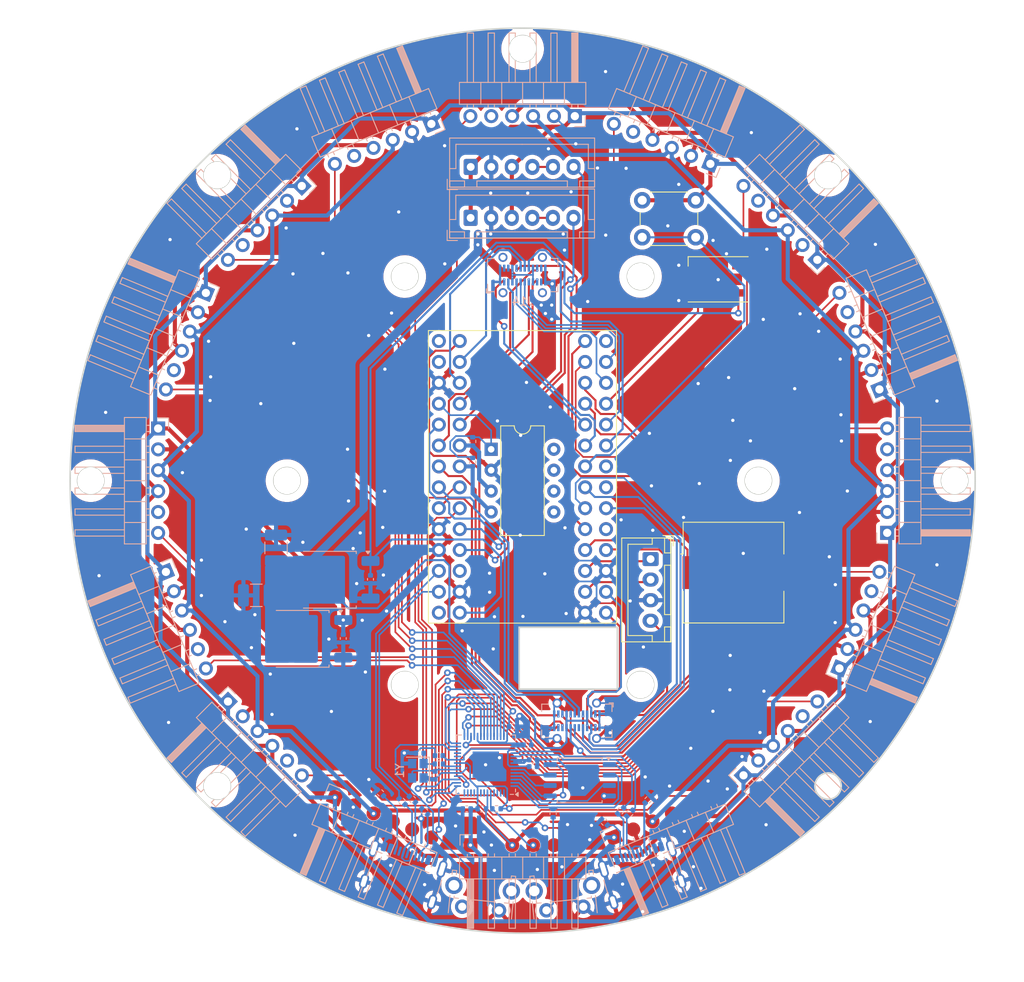
<source format=kicad_pcb>
(kicad_pcb (version 20221018) (generator pcbnew)
  (layers (0 "F.Cu" signal) (31 "B.Cu" signal) (34 "B.Paste" user) (35 "F.Paste" user) (36 "B.SilkS" user "B.Silkscreen") (37 "F.SilkS" user "F.Silkscreen") (38 "B.Mask" user) (39 "F.Mask" user) (44 "Edge.Cuts" user))
  (net 0 "")
  (net 1 "Net-(BZ1--)")
  (net 2 "GND")
  (net 3 "Net-(U2-XIN)")
  (net 4 "Net-(C2-Pad2)")
  (net 5 "+12V")
  (net 6 "+5V")
  (net 7 "+3.3V")
  (net 9 "/SUB_Ind")
  (net 11 "Net-(J1-CC1)")
  (net 12 "Net-(J1-D+-PadA6)")
  (net 13 "Net-(J1-D--PadA7)")
  (net 15 "Net-(J1-CC2)")
  (net 17 "/SCL")
  (net 18 "/SDA")
  (net 20 "/1")
  (net 22 "/5")
  (net 24 "/9")
  (net 26 "/13")
  (net 28 "/2")
  (net 30 "/6")
  (net 32 "/10")
  (net 34 "/14")
  (net 36 "/3")
  (net 38 "/7")
  (net 40 "/11")
  (net 42 "/15")
  (net 43 "/FET3")
  (net 44 "/FET1")
  (net 45 "/FET2")
  (net 46 "/UART_RX")
  (net 47 "/MouseTX")
  (net 48 "/LineRX")
  (net 49 "/LineTX")
  (net 50 "/Line_NeoPixel")
  (net 52 "/8")
  (net 54 "/12")
  (net 56 "/16")
  (net 57 "/SD＿CS")
  (net 58 "/SD＿MOSI")
  (net 59 "/MISO")
  (net 60 "/TweRX")
  (net 61 "/TweTX")
  (net 62 "/MOSI")
  (net 63 "/T_CS")
  (net 64 "/SCK")
  (net 65 "/DC")
  (net 66 "/RESET")
  (net 67 "/CS")
  (net 68 "/NeoPixel")
  (net 70 "/START")
  (net 71 "/SD＿SCK")
  (net 72 "/SD＿MISO")
  (net 74 "Net-(J20-CC1)")
  (net 75 "Net-(J20-D+-PadA6)")
  (net 76 "Net-(J20-D--PadA7)")
  (net 78 "Net-(J20-CC2)")
  (net 80 "/CAMTX")
  (net 81 "/CAMRX")
  (net 82 "/BOOT")
  (net 83 "Net-(U1-~{CS})")
  (net 84 "Net-(U2-XOUT)")
  (net 85 "/D-")
  (net 86 "/D+")
  (net 87 "/TD-")
  (net 88 "/TD+")
  (net 89 "/Main_SDA")
  (net 90 "/Main_SCL")
  (net 91 "/RUN")
  (net 92 "/SUB")
  (net 93 "Net-(U1-DO(IO1))")
  (net 94 "Net-(U1-IO2)")
  (net 95 "Net-(U1-DI(IO0))")
  (net 96 "Net-(U1-CLK)")
  (net 97 "Net-(U1-IO3)")
  (net 98 "/ToF_RX")
  (net 99 "/ToF_TX")
  (net 102 "/4")
  (net 103 "+1V1")
  (net 112 "/MDRX")
  (net 113 "/MDTX")
  (net 117 "/UART_TX")
  (net 118 "/Touch_F")
  (net 119 "/Touch_B")
  (net 122 "/MouseRX")
  (net 134 "unconnected-(J14-SSRXP2-PadA11)")
  (net 135 "unconnected-(J14-SSTXP2-PadB2)")
  (net 136 "Net-(J22-Pin_4)")
  (net 137 "Net-(J23-Pin_4)")
  (footprint "MountingHole:MountingHole_3.2mm_M3" (layer "F.Cu") (at 189.55 64.49)
    (fp_text reference "REF**" hide)
    (fp_text value "MountingHole_3.2mm_M3" hide)
  )
  (footprint "MountingHole:MountingHole_3.2mm_M3" (layer "F.Cu") (at 99.92 101.6)
    (fp_text reference "REF**" hide)
    (fp_text value "MountingHole_3.2mm_M3" hide)
  )
  (footprint "Button_Switch_THT:SW_PUSH_6mm" (layer "F.Cu") (at 173.46 72.02 180)
    (fp_text reference "SW3" hide)
    (fp_text value "SW_Push" hide)
  )
  (footprint "MountingHole:MountingHole_3.2mm_M3" (layer "F.Cu") (at 115.3 64.48)
    (fp_text reference "REF**" hide)
    (fp_text value "MountingHole_3.2mm_M3" hide)
  )
  (footprint "MountingHole:MountingHole_3.2mm_M3" (layer "F.Cu") (at 166.76 126.41)
    (fp_text reference "REF**" hide)
    (fp_text value "MountingHole_3.2mm_M3" hide)
  )
  (footprint "MountingHole:MountingHole_3.2mm_M3" (layer "F.Cu") (at 204.92 101.6)
    (fp_text reference "REF**" hide)
    (fp_text value "MountingHole_3.2mm_M3" hide)
  )
  (footprint "MountingHole:MountingHole_3.2mm_M3" (layer "F.Cu") (at 181.08 101.59)
    (fp_text reference "REF**" hide)
    (fp_text value "MountingHole_3.2mm_M3" hide)
  )
  (footprint "Connector_JST:JST_XH_B4B-XH-A_1x04_P2.50mm_Vertical" (layer "F.Cu") (at 167.975 111.13 -90)
    (fp_text reference "J21" hide)
    (fp_text value "Conn_01x04_Socket" hide)
  )
  (footprint "MountingHole:MountingHole_3.2mm_M3" (layer "F.Cu") (at 115.31 138.72)
    (fp_text reference "REF**" hide)
    (fp_text value "MountingHole_3.2mm_M3" hide)
  )
  (footprint "MountingHole:MountingHole_3.2mm_M3" (layer "F.Cu") (at 138.09 76.79)
    (fp_text reference "REF**" hide)
    (fp_text value "MountingHole_3.2mm_M3" hide)
  )
  (footprint "MountingHole:MountingHole_3.2mm_M3" (layer "F.Cu") (at 138.1 126.4)
    (fp_text reference "REF**" hide)
    (fp_text value "MountingHole_3.2mm_M3" hide)
  )
  (footprint "Buzzer_Beeper:Buzzer_Murata_PKLCS1212E" (layer "F.Cu") (at 178.054 112.776)
    (fp_text reference "BZ1" hide)
    (fp_text value "Buzzer" hide)
  )
  (footprint "MountingHole:MountingHole_3.2mm_M3" (layer "F.Cu") (at 166.75 76.78)
    (fp_text reference "REF**" hide)
    (fp_text value "MountingHole_3.2mm_M3" hide)
  )
  (footprint "MountingHole:MountingHole_3.2mm_M3" (layer "F.Cu") (at 152.42 49.1)
    (fp_text reference "REF**" hide)
    (fp_text value "MountingHole_3.2mm_M3" hide)
  )
  (footprint "Package_DIP:CERDIP-8_W7.62mm_SideBrazed" (layer "F.Cu") (at 148.595 97.79)
    (fp_text reference "U6" hide)
    (fp_text value "AE-BNO055-BO" hide)
  )
  (footprint "LED_SMD:LED_WS2812B_PLCC4_5.0x5.0mm_P3.2mm" (layer "F.Cu") (at 176.19 77.13 180)
    (fp_text reference "D1" hide)
    (fp_text value "WS2812B" hide)
  )
  (footprint "MountingHole:MountingHole_3.2mm_M3" (layer "F.Cu") (at 123.78 101.6)
    (fp_text reference "REF**" hide)
    (fp_text value "MountingHole_3.2mm_M3" hide)
  )
  (footprint "Teensy_Breakout:Teensy_Brakeout" (layer "F.Cu") (at 152.4 101.6 180)
    (fp_text reference "U5" hide)
    (fp_text value "Teensy4.0" hide)
  )
  (footprint "Resistor_SMD:R_0402_1005Metric" (layer "B.Cu") (at 156.13 142.01 90)
    (fp_text reference "R1" hide)
    (fp_text value "1k" hide)
  )
  (footprint "Capacitor_SMD:C_0402_1005Metric" (layer "B.Cu") (at 145.628 141.48 180)
    (fp_text reference "C10" hide)
    (fp_text value "C" hide)
  )
  (footprint "Connector_PinHeader_2.54mm:PinHeader_1x06_P2.54mm_Horizontal" (layer "B.Cu") (at 125.583433 65.78528 135)
    (fp_text reference "J13" hide)
    (fp_text value "Conn_01x06_Socket" hide)
  )
  (footprint "Capacitor_SMD:C_0402_1005Metric" (layer "B.Cu") (at 139.92 134.72)
    (fp_text reference "C2" hide)
    (fp_text value "C_Small" hide)
  )
  (footprint "Resistor_SMD:R_0402_1005Metric" (layer "B.Cu") (at 167.67 140.4 45)
    (fp_text reference "R3" hide)
    (fp_text value "5.1k" hide)
  )
  (footprint "Connector_PinHeader_2.54mm:PinHeader_1x06_P2.54mm_Horizontal" (layer "B.Cu") (at 158.77 57.295 90)
    (fp_text reference "J2" hide)
    (fp_text value "Conn_01x06_Socket" hide)
  )
  (footprint "Resistor_SMD:R_0402_1005Metric" (layer "B.Cu") (at 135.14 139.55 135)
    (fp_text reference "R10" hide)
    (fp_text value "5.1k" hide)
  )
  (footprint "Connector_PinHeader_2.54mm:PinHeader_1x06_P2.54mm_Horizontal" (layer "B.Cu") (at 179.267352 137.414462 -45)
    (fp_text reference "J11" hide)
    (fp_text value "Conn_01x06_Socket" hide)
  )
  (footprint "Resistor_SMD:R_0402_1005Metric" (layer "B.Cu") (at 149.25 141.478)
    (fp_text reference "R8" hide)
    (fp_text value "5.1k" hide)
  )
  (footprint "Resistor_SMD:R_0402_1005Metric" (layer "B.Cu") (at 140.51 141.81 135)
    (fp_text reference "R9" hide)
    (fp_text value "5.1k" hide)
  )
  (footprint "Package_DFN_QFN:QFN-56-1EP_7x7mm_P0.4mm_EP3.2x3.2mm" (layer "B.Cu") (at 147.9465 136.122 90)
    (fp_text reference "U2" hide)
    (fp_text value "RP2040" hide)
  )
  (footprint "Connector_USB:USB_C_Receptacle_GCT_USB4105-xx-A_16P_TopMnt_Horizontal" (layer "B.Cu") (at 167.269192 150.517447 -163.125)
    (fp_text reference "J1" hide)
    (fp_text value "USB_C_Receptacle_USB2.0" hide)
  )
  (footprint "Connector_PinHeader_2.54mm:PinHeader_1x06_P2.54mm_Horizontal" (layer "B.Cu") (at 196.730264 107.94448)
    (fp_text reference "J3" hide)
    (fp_text value "Conn_01x06_Socket" hide)
  )
  (footprint "Capacitor_SMD:C_0402_1005Metric" (layer "B.Cu") (at 151.25 131.49)
    (fp_text reference "C11" hide)
    (fp_text value "C" hide)
  )
  (footprint "Button_Switch_THT:SW_Tactile_SPST_Angled_PTS645Vx31-2LFS" (layer "B.Cu") (at 145.073645 153.386268 -5.625)
    (fp_text reference "SW1" hide)
    (fp_text value "SW_Push" hide)
  )
  (footprint "Crystal:Crystal_SMD_2520-4Pin_2.5x2.0mm" (layer "B.Cu") (at 139.69 136.86 -90)
    (fp_text reference "Y1")
    (fp_text value "Crystal_GND24")
  )
  (footprint "Capacitor_SMD:C_0402_1005Metric" (layer "B.Cu") (at 133.93 113.59 -90)
    (fp_text reference "C5" hide)
    (fp_text value "C" hide)
  )
  (footprint "Resistor_SMD:R_0402_1005Metric" (layer "B.Cu") (at 139.02 140.34 135)
    (fp_text reference "R11" hide)
    (fp_text value "27" hide)
  )
  (footprint "Capacitor_SMD:C_0402_1005Metric" (layer "B.Cu") (at 130.62 120.78 -90)
    (fp_text reference "C6" hide)
    (fp_text value "C" hide)
  )
  (footprint "Resistor_SMD:R_0402_1005Metric" (layer "B.Cu") (at 142.24 136.04 180)
    (fp_text reference "R2" hide)
    (fp_text value "1k" hide)
  )
  (footprint "Resistor_SMD:R_0402_1005Metric" (layer "B.Cu") (at 162.369376 143.109376 135)
    (fp_text reference "R4" hide)
    (fp_text value "5.1k" hide)
  )
  (footprint "Connector_PinHeader_2.54mm:PinHeader_1x06_P2.54mm_Horizontal" (layer "B.Cu") (at 190.92978 124.416266 -22.5)
    (fp_text reference "J7" hide)
    (fp_text value "Conn_01x06_Socket" hide)
  )
  (footprint "Capacitor_SMD:C_0402_1005Metric" (layer "B.Cu") (at 153 133.72)
    (fp_text reference "C12" hide)
    (fp_text value "C" hide)
  )
  (footprint "Connector_JST:JST_XH_B6B-XH-A_1x06_P2.50mm_Vertical" (layer "B.Cu") (at 146.11 63.47)
    (fp_text reference "J23" hide)
    (fp_text value "Conn_01x06_Socket" hide)
  )
  (footprint "Resistor_SMD:R_0402_1005Metric" (layer "B.Cu") (at 165.44 142.02 45)
    (fp_text reference "R5" hide)
    (fp_text value "27" hide)
  )
  (footprint "Capacitor_SMD:C_0402_1005Metric" (layer "B.Cu") (at 153.7 136.36)
    (fp_text reference "C8" hide)
    (fp_text value "C" hide)
  )
  (footprint "Connector_PinHeader_2.54mm:PinHeader_1x06_P2.54mm_Horizontal" (layer "B.Cu") (at 113.921005 78.783477 157.5)
    (fp_text reference "J9" hide)
    (fp_text value "Conn_01x06_Socket" hide)
  )
  (footprint "Connector_USB:USB_C_Receptacle_GCT_USB4115-03-C" (layer "B.Cu") (at 159.01 130.785 180)
    (fp_text reference "J19" hide)
    (fp_text value "UJ32-C-V-G-TH-5-P24-TR" hide)
  )
  (footprint "Package_TO_SOT_SMD:TO-252-2" (layer "B.Cu") (at 128.89 113.6425 180)
    (fp_text reference "U3" hide)
    (fp_text value "AZ1084-5.0" hide)
  )
  (footprint "Capacitor_SMD:C_0402_1005Metric" (layer "B.Cu") (at 142.24 135.02 180)
    (fp_text reference "C7" hide)
    (fp_text value "C" hide)
  )
  (footprint "Connector_PinHeader_2.54mm:PinHeader_1x06_P2.54mm_Horizontal" (layer "B.Cu") (at 163.518479 144.960212 -67.5)
    (fp_text reference "J16" hide)
    (fp_text value "Conn_01x06_Socket" hide)
  )
  (footprint "Resistor_SMD:R_0402_1005Metric" (layer "B.Cu") (at 146.35 99.34 90)
    (fp_text reference "R14" hide)
    (fp_text value "5.1k" hide)
  )
  (footprint "Package_SO:SOIC-8_5.23x5.23mm_P1.27mm" (layer "B.Cu") (at 159.3605 138.0185 180)
    (fp_text reference "U1" hide)
    (fp_text value "W25Q128JVS" hide)
  )
  (footprint "Package_TO_SOT_SMD:TO-252-2" (layer "B.Cu") (at 125.585 120.825 180)
    (fp_text reference "U4" hide)
    (fp_text value "AZ1084-3.3" hide)
  )
  (footprint "Capacitor_SMD:C_0402_1005Metric" (layer "B.Cu") (at 141.77 137.42 -90)
    (fp_text reference "C1" hide)
    (fp_text value "C_Small" hide)
  )
  (footprint "Connector_USB:USB_C_Receptacle_GCT_USB4105-xx-A_16P_TopMnt_Horizontal" (layer "B.Cu") (at 137.590412 150.520122 163.125)
    (fp_text reference "J20" hide)
    (fp_text value "USB_C_Receptacle_USB2.0" hide)
  )
  (footprint "Connector_PinHeader_2.54mm:PinHeader_1x06_P2.54mm_Horizontal" (layer "B.Cu") (at 116.610802 128.441831 -135)
    (fp_text reference "J12" hide)
    (fp_text value "Conn_01x06_Socket" hide)
  )
  (footprint "Connector_PinHeader_2.54mm:PinHeader_1x06_P2.54mm_Horizontal" (layer "B.Cu") (at 129.608998 140.104259 -112.5)
    (fp_text reference "J8" hide)
    (fp_text value "Conn_01x06_Socket" hide)
  )
  (footprint "Resistor_SMD:R_0402_1005Metric" (layer "B.Cu") (at 147.46 141.478 180)
    (fp_text reference "R7" hide)
    (fp_text value "5.1k" hide)
  )
  (footprint "Resistor_SMD:R_0402_1005Metric" (layer "B.Cu") (at 164.338 141.732 45)
    (fp_text reference "R6" hide)
    (fp_text value "27" hide)
  )
  (footprint "Connector_PinHeader_2.54mm:PinHeader_1x06_P2.54mm_Horizontal" (layer "B.Cu") (at 108.120521 95.255263 180)
    (fp_text reference "J5" hide)
    (fp_text value "Conn_01x06_Socket" hide)
  )
  (footprint "Connector_PinHeader_2.54mm:PinHeader_1x06_P2.54mm_Horizontal" (layer "B.Cu") (at 195.785733 90.506785 22.5)
    (fp_text reference "J15" hide)
    (fp_text value "Conn_01x06_Socket" hide)
  )
  (footprint "Capacitor_SMD:C_1210_3225Metric_Pad1.33x2.70mm_HandSolder" (layer "B.Cu") (at 122.45 109.77 90)
    (fp_text reference "C4" hide)
    (fp_text value "C" hide)
  )
  (footprint "Connector_PinHeader_2.54mm:PinHeader_1x06_P2.54mm_Horizontal" (layer "B.Cu") (at 141.332307 58.23953 112.5)
    (fp_text reference "J18" hide)
    (fp_text value "Conn_01x06_Socket" hide)
  )
  (footprint "Connector_PinHeader_2.54mm:PinHeader_1x06_P2.54mm_Horizontal" (layer "B.Cu") (at 175.241786 63.095484 67.5)
    (fp_text reference "J6" hide)
    (fp_text value "Conn_01x06_Socket" hide)
  )
  (footprint "Connector_PinHeader_2.54mm:PinHeader_1x06_P2.54mm_Horizontal" (layer "B.Cu") (at 146.080784 145.904743 -90)
    (fp_text reference "J4" hide)
    (fp_text value "Conn_01x06_Socket" hide)
  )
  (footprint "Connector_PinHeader_2.54mm:PinHeader_1x06_P2.54mm_Horizontal" (layer "B.Cu") (at 109.065052 112.692958 -157.5)
    (fp_text reference "J17" hide)
    (fp_text value "Conn_01x06_Socket" hide)
  )
  (footprint "Resistor_SMD:R_0402_1005Metric" (layer "B.Cu") (at 146.35 96.83 90)
    (fp_text reference "R13" hide)
    (fp_text value "5.1k" hide)
  )
  (footprint "Resistor_SMD:R_0402_1005Metric" (layer "B.Cu") (at 137.76 140.59 135)
    (fp_text reference "R12" hide)
    (fp_text value "27" hide)
  )
  (footprint "Button_Switch_THT:SW_Tactile_SPST_Angled_PTS645Vx31-2LFS" (layer "B.Cu") (at 155.317931 153.825462 5.625)
    (fp_text reference "SW2" hide)
    (fp_text value "SW_Push" hide)
  )
  (footprint "Capacitor_SMD:C_0402_1005Metric" (layer "B.Cu") (at 153.7 135.53)
    (fp_text reference "C9" hide)
    (fp_text value "C" hide)
  )
  (footprint "Connector_USB:USB_C_Receptacle_GCT_USB4115-03-C" (layer "B.Cu") (at 152.43 76.61)
    (fp_text reference "J14")
    (fp_text value "UJ32-C-V-G-TH-5-P24-TR")
  )
  (footprint "Connector_PinHeader_2.54mm:PinHeader_1x06_P2.54mm_Horizontal" (layer "B.Cu") (at 188.239983 74.757912 45)
    (fp_text reference "J10" hide)
    (fp_text value "Conn_01x06_Socket" hide)
  )
  (footprint "Connector_JST:JST_XH_B6B-XH-A_1x06_P2.50mm_Vertical" (layer "B.Cu") (at 146.1 69.66)
    (fp_text reference "J22" hide)
    (fp_text value "Conn_01x06_Socket" hide)
  )
  (footprint "Capacitor_SMD:C_1210_3225Metric_Pad1.33x2.70mm_HandSolder" (layer "B.Cu") (at 120.05 115.54 180)
    (fp_text reference "C3" hide)
    (fp_text value "C" hide)
  )
  (gr_circle (center 152.425393 101.599872) (end 97.425392 101.599872) (stroke (width 0.2)) (fill none) (layer "Edge.Cuts"))
  (gr_circle (center 99.925393 101.599872) (end 98.325393 101.599872) (stroke (width 0.2)) (fill none) (layer "Edge.Cuts"))
  (gr_circle (center 123.774386 101.599744) (end 122.174386 101.599744) (stroke (width 0.2)) (fill none) (layer "Edge.Cuts"))
  (gr_circle (center 138.1 76.787308) (end 136.5 76.787308) (stroke (width 0.2)) (fill none) (layer "Edge.Cuts"))
  (gr_circle (center 115.302287 138.722978) (end 113.702287 138.722978) (stroke (width 0.2)) (fill none) (layer "Edge.Cuts"))
  (gr_circle (center 204.925393 101.599872) (end 203.325393 101.599872) (stroke (width 0.2)) (fill none) (layer "Edge.Cuts"))
  (gr_circle (center 138.099779 126.412308) (end 136.499779 126.412308) (stroke (width 0.2)) (fill none) (layer "Edge.Cuts"))
  (gr_circle (center 115.302287 64.476766) (end 113.702287 64.476766) (stroke (width 0.2)) (fill none) (layer "Edge.Cuts"))
  (gr_circle (center 166.750786 126.412436) (end 165.150786 126.412436) (stroke (width 0.2)) (fill none) (layer "Edge.Cuts"))
  (gr_circle (center 181.0764 101.6) (end 179.4764 101.6) (stroke (width 0.2)) (fill none) (layer "Edge.Cuts"))
  (gr_circle (center 189.548499 138.722978) (end 187.948499 138.722978) (stroke (width 0.2)) (fill none) (layer "Edge.Cuts"))
  (gr_circle (center 189.548499 64.476766) (end 187.948499 64.476766) (stroke (width 0.2)) (fill none) (layer "Edge.Cuts"))
  (gr_rect (start 152 119.42) (end 163.94 126.94) (stroke (width 0.2)) (fill none) (layer "Edge.Cuts"))
  (gr_circle (center 166.751007 76.787436) (end 165.151007 76.787436) (stroke (width 0.2)) (fill none) (layer "Edge.Cuts"))
  (gr_circle (center 152.425393 49.099872) (end 150.825393 49.099872) (stroke (width 0.2)) (fill none) (layer "Edge.Cuts"))
  (segment (start 161.195 108.855) (end 160.02 110.03) (width 0.25) (layer "F.Cu") (net 1))
  (segment (start 172.454 109.984) (end 171.325 108.855) (width 0.25) (layer "F.Cu") (net 1))
  (segment (start 172.454 112.776) (end 172.454 109.984) (width 0.25) (layer "F.Cu") (net 1))
  (segment (start 171.325 108.855) (end 161.195 108.855) (width 0.25) (layer "F.Cu") (net 1))
  (segment (start 144.78 115.11) (end 143.63 113.96) (width 0.2) (layer "F.Cu") (net 2))
  (segment (start 152.04 130.29) (end 154.48 132.73) (width 0.2) (layer "F.Cu") (net 2))
  (segment (start 143.39 116.5) (end 143.39 118.17) (width 0.2) (layer "F.Cu") (net 2))
  (segment (start 152.04 130.220001) (end 152.04 130.29) (width 0.2) (layer "F.Cu") (net 2))
  (segment (start 161.17 116.5) (end 165.21 116.5) (width 0.2) (layer "F.Cu") (net 2))
  (segment (start 160.02 117.65) (end 161.17 116.5) (width 0.2) (layer "F.Cu") (net 2))
  (segment (start 143.63 113.96) (end 143.63 111.42) (width 0.2) (layer "F.Cu") (net 2))
  (segment (start 144.78 115.11) (end 143.39 116.5) (width 0.2) (layer "F.Cu") (net 2))
  (segment (start 162.681804 143.138196) (end 165.015133 143.138196) (width 0.2) (layer "F.Cu") (net 2))
  (segment (start 143.39 118.17) (end 145.07 119.85) (width 0.2) (layer "F.Cu") (net 2))
  (segment (start 143.63 111.42) (end 142.24 110.03) (width 0.2) (layer "F.Cu") (net 2))
  (segment (start 160.58 145.24) (end 162.681804 143.138196) (width 0.2) (layer "F.Cu") (net 2))
  (segment (start 165.21 116.5) (end 165.49 116.22) (width 0.2) (layer "F.Cu") (net 2))
  (segment (start 165.015133 143.138196) (end 165.865133 143.988196) (width 0.2) (layer "F.Cu") (net 2))
  (segment (start 154.48 132.73) (end 154.96 132.73) (width 0.2) (layer "F.Cu") (net 2))
  (via (at 164.39 106.36) (size 0.8) (drill 0.4) (layers "F.Cu" "B.Cu") (net 2))
  (via (at 177.61 127.02) (size 0.8) (drill 0.4) (layers "F.Cu" "B.Cu") (net 2))
  (via (at 182.1 73.47) (size 0.8) (drill 0.4) (layers "F.Cu" "B.Cu") (net 2))
  (via (at 148.63 145.89) (size 0.8) (drill 0.4) (layers "F.Cu" "B.Cu") (net 2))
  (via (at 124.51 76.47) (size 0.8) (drill 0.4) (layers "F.Cu" "B.Cu") (net 2))
  (via (at 186.14 81.32) (size 0.8) (drill 0.4) (layers "F.Cu" "B.Cu") (net 2))
  (via (at 121.75 125.11) (size 0.8) (drill 0.4) (layers "F.Cu" "B.Cu") (net 2))
  (via (at 177.46 89.07) (size 0.8) (drill 0.4) (layers "F.Cu" "B.Cu") (net 2))
  (via (at 147.72 144.3) (size 0.8) (drill 0.4) (layers "F.Cu" "B.Cu") (net 2))
  (via (at 109.57 72.3) (size 0.8) (drill 0.4) (layers "F.Cu" "B.Cu") (net 2))
  (via (at 135.5 113.07) (size 0.8) (drill 0.4) (layers "F.Cu" "B.Cu") (net 2))
  (via (at 136.39 148.36) (size 0.8) (drill 0.4) (layers "F.Cu" "B.Cu") (net 2))
  (via (at 131.82 109.85) (size 0.8) (drill 0.4) (layers "F.Cu" "B.Cu") (net 2))
  (via (at 202.78 111.83) (size 0.8) (drill 0.4) (layers "F.Cu" "B.Cu") (net 2))
  (via (at 113.38 111.26) (size 0.8) (drill 0.4) (layers "F.Cu" "B.Cu") (net 2))
  (via (at 173.9 101.95) (size 0.8) (drill 0.4) (layers "F.Cu" "B.Cu") (net 2))
  (via (at 162.52 71.76) (size 0.8) (drill 0.4) (layers "F.Cu" "B.Cu") (net 2))
  (via (at 148.54 66.65) (size 0.8) (drill 0.4) (layers "F.Cu" "B.Cu") (net 2))
  (via (at 147.92 136.13) (size 0.8) (drill 0.4) (layers "F.Cu" "B.Cu") (net 2))
  (via (at 160.58 145.24) (size 0.8) (drill 0.4) (layers "F.Cu" "B.Cu") (net 2))
  (via (at 177.65 122.84) (size 0.8) (drill 0.4) (layers "F.Cu" "B.Cu") (net 2))
  (via (at 202.78 91.92) (size 0.8) (drill 0.4) (layers "F.Cu" "B.Cu") (net 2))
  (via (at 162.33 139.92) (size 0.8) (drill 0.4) (layers "F.Cu" "B.Cu") (net 2))
  (via (at 171.4 75.42) (size 0.8) (drill 0.4) (layers "F.Cu" "B.Cu") (net 2))
  (via (at 168.24 107.63) (size 0.8) (drill 0.4) (layers "F.Cu" "B.Cu") (net 2))
  (via (at 116.24 118.74) (size 0.8) (drill 0.4) (layers "F.Cu" "B.Cu") (net 2))
  (via (at 172.07 144.22) (size 0.8) (drill 0.4) (layers "F.Cu" "B.Cu") (net 2))
  (via (at 161.52 63.6) (size 0.8) (drill 0.4) (layers "F.Cu" "B.Cu") (net 2))
  (via (at 191.17 96.78) (size 0.8) (drill 0.4) (layers "F.Cu" "B.Cu") (net 2))
  (via (at 159.73 138.94) (size 0.8) (drill 0.4) (layers "F.Cu" "B.Cu") (net 2))
  (via (at 165 63.64) (size 0.8) (drill 0.4) (layers "F.Cu" "B.Cu") (net 2))
  (via (at 113.38 115.56) (size 0.8) (drill 0.4) (layers "F.Cu" "B.Cu") (net 2))
  (via (at 170.07 70.63) (size 0.8) (drill 0.4) (layers "F.Cu" "B.Cu") (net 2))
  (via (at 186.07 105.47) (size 0.8) (drill 0.4) (layers "F.Cu" "B.Cu") (net 2))
  (via (at 155.194 81.28) (size 0.8) (drill 0.4) (layers "F.Cu" "B.Cu") (net 2))
  (via (at 129.18 129.65) (size 0.8) (drill 0.4) (layers "F.Cu" "B.Cu") (net 2))
  (via (at 165.49 116.22) (size 0.8) (drill 0.4) (layers "F.Cu" "B.Cu") (net 2))
  (via (at 124.61 84.91) (size 0.8) (drill 0.4) (layers "F.Cu" "B.Cu") (net 2))
  (via (at 121.96 130.01) (size 0.8) (drill 0.4) (layers "F.Cu" "B.Cu") (net 2))
  (via (at 140.079821 142.677662) (size 0.8) (drill 0.4) (layers "F.Cu" "B.Cu") (net 2))
  (via (at 114.25 84.66) (size 0.8) (drill 0.4) (layers "F.Cu" "B.Cu") (net 2))
  (via (at 128.15 73.98) (size 0.8) (drill 0.4) (layers "F.Cu" "B.Cu") (net 2))
  (via (at 173.18 148.52) (size 0.8) (drill 0.4) (layers "F.Cu" "B.Cu") (net 2))
  (via (at 132.68 107.95) (size 0.8) (drill 0.4) (layers "F.Cu" "B.Cu") (net 2))
  (via (at 157.88 143.4) (size 0.8) (drill 0.4) (layers "F.Cu" "B.Cu") (net 2))
  (via (at 152.46 118.1) (size 0.8) (drill 0.4) (layers "F.Cu" "B.Cu") (net 2))
  (via (at 188.4 83.45) (size 0.8) (drill 0.4) (layers "F.Cu" "B.Cu") (net 2))
  (via (at 180.11 96.76) (size 0.8) (drill 0.4) (layers "F.Cu" "B.Cu") (net 2))
  (via (at 142.94 60.89) (size 0.8) (drill 0.4) (layers "F.Cu" "B.Cu") (net 2))
  (via (at 148.85 122.05) (size 0.8) (drill 0.4) (layers "F.Cu" "B.Cu") (net 2))
  (via (at 148.4 112.85) (size 0.8) (drill 0.4) (layers "F.Cu" "B.Cu") (net 2))
  (via (at 154.686 80.264) (size 0.8) (drill 0.4) (layers "F.Cu" "B.Cu") (net 2))
  (via (at 181.75 127.19) (size 0.8) (drill 0.4) (layers "F.Cu" "B.Cu") (net 2))
  (via (at 131.14 97.78) (size 0.8) (drill 0.4) (layers "F.Cu" "B.Cu") (net 2))
  (via (at 149.61 135.27) (size 0.8) (drill 0.4) (layers "F.Cu" "B.Cu") (net 2))
  (via (at 125.71 109.09) (size 0.8) (drill 0.4) (layers "F.Cu" "B.Cu") (net 2))
  (via (at 167.1 121.82) (size 0.8) (drill 0.4) (layers "F.Cu" "B.Cu") (net 2))
  (via (at 157.51 73.58) (size 0.8) (drill 0.4) (layers "F.Cu" "B.Cu") (net 2))
  (via (at 132.93 118.57) (size 0.8) (drill 0.4) (layers "F.Cu" "B.Cu") (net 2))
  (via (at 177.2 74.02) (size 0.8) (drill 0.4) (layers "F.Cu" "B.Cu") (net 2))
  (via (at 190.43 114.24) (size 0.8) (drill 0.4) (layers "F.Cu" "B.Cu") (net 2))
  (via (at 157.71 117.75) (size 0.8) (drill 0.4) (layers "F.Cu" "B.Cu") (net 2))
  (via (at 167.83 95.85) (size 0.8) (drill 0.4) (layers "F.Cu" "B.Cu") (net 2))
  (via (at 136.49 81.23) (size 0.8) (drill 0.4) (layers "F.Cu" "B.Cu") (net 2))
  (via (at 131.84 141.29) (size 0.8) (drill 0.4) (layers "F.Cu" "B.Cu") (net 2))
  (via (at 160.79 143.5) (size 0.8) (drill 0.4) (layers "F.Cu" "B.Cu") (net 2))
  (via (at 135.42 107.28) (size 0.8) (drill 0.4) (layers "F.Cu" "B.Cu") (net 2))
  (via (at 158.31 66.49) (size 0.8) (drill 0.4) (layers "F.Cu" "B.Cu") (net 2))
  (via (at 137.36 68.94) (size 0.8) (drill 0.4) (layers "F.Cu" "B.Cu") (net 2))
  (via (at 153.04 66.65) (size 0.8) (drill 0.4) (layers "F.Cu" "B.Cu") (net 2))
  (via (at 179.24 110.44) (size 0.8) (drill 0.4) (layers "F.Cu" "B.Cu") (net 2))
  (via (at 111.07 100.63) (size 0.8) (drill 0.4) (layers "F.Cu" "B.Cu") (net 2))
  (via (at 132.25 114.11) (size 0.8) (drill 0.4) (layers "F.Cu" "B.Cu") (net 2))
  (via (at 168.08 102.23) (size 0.8) (drill 0.4) (layers "F.Cu" "B.Cu") (net 2))
  (via (at 155.956 80.264) (size 0.8) (drill 0.4) (layers "F.Cu" "B.Cu") (net 2))
  (via (at 154.21 148.86) (size 0.8) (drill 0.4) (layers "F.Cu" "B.Cu") (net 2))
  (via (at 100.94 113.15) (size 0.8) (drill 0.4) (layers "F.Cu" "B.Cu") (net 2))
  (via (at 174.96 138.11) (size 0.8) (drill 0.4) (layers "F.Cu" "B.Cu") (net 2))
  (via (at 157.57 107.33) (size 0.8) (drill 0.4) (layers "F.Cu" "B.Cu") (net 2))
  (via (at 156.02 77.67) (size 0.8) (drill 0.4) (layers "F.Cu" "B.Cu") (net 2))
  (via (at 152.89 89.66) (size 0.8) (drill 0.4) (layers "F.Cu" "B.Cu") (net 2))
  (via (at 149 118.14) (size 0.8) (drill 0.4) (layers "F.Cu" "B.Cu") (net 2))
  (via (at 170.28 138.72) (size 0.8) (drill 0.4) (layers "F.Cu" "B.Cu") (net 2))
  (via (at 177.97 94.27) (size 0.8) (drill 0.4) (layers "F.Cu" "B.Cu") (net 2))
  (via (at 133.73 137.92) (size 0.8) (drill 0.4) (layers "F.Cu" "B.Cu") (net 2))
  (via (at 180.22 59.3) (size 0.8) (drill 0.4) (layers "F.Cu" "B.Cu") (net 2))
  (via (at 140.51 150.7) (size 0.8) (drill 0.4) (layers "F.Cu" "B.Cu") (net 2))
  (via (at 114.5 88.98) (size 0.8) (drill 0.4) (layers "F.Cu" "B.Cu") (net 2))
  (via (at 174.09 151.15) (size 0.8) (drill 0.4) (layers "F.Cu" "B.Cu") (net 2))
  (via (at 160.33 79.83) (size 0.8) (drill 0.4) (layers "F.Cu" "B.Cu") (net 2))
  (via (at 171.4 65.59) (size 0.8) (drill 0.4) (layers "F.Cu" "B.Cu") (net 2))
  (via (at 152.04 130.220001) (size 0.8) (drill 0.4) (layers "F.Cu" "B.Cu") (net 2))
  (via (at 177.3 139.07) (size 0.8) (drill 0.4) (layers "F.Cu" "B.Cu") (net 2))
  (via (at 133.31 124.86) (size 0.8) (drill 0.4) (layers "F.Cu" "B.Cu") (net 2))
  (via (at 148.54 71.62) (size 0.8) (drill 0.4) (layers "F.Cu" "B.Cu") (net 2))
  (via (at 123.68 70.89) (size 0.8) (drill 0.4) (layers "F.Cu" "B.Cu") (net 2))
  (via (at 175.55 129.63) (size 0.8) (drill 0.4) (layers "F.Cu" "B.Cu") (net 2))
  (via (at 119.46 121.9) (size 0.8) (drill 0.4) (layers "F.Cu" "B.Cu") (net 2))
  (via (at 158.88 60.66) (size 0.8) (drill 0.4) (layers "F.Cu" "B.Cu") (net 2))
  (via (at 155.78 92.65) (size 0.8) (drill 0.4) (layers "F.Cu" "B.Cu") (net 2))
  (via (at 118.83 107.49) (size 0.8) (drill 0.4) (layers "F.Cu" "B.Cu") (net 2))
  (via (at 195.3 72.88) (size 0.8) (drill 0.4) (layers "F.Cu" "B.Cu") (net 2))
  (via (at 173.76 89.8) (size 0.8) (drill 0.4) (layers "F.Cu" "B.Cu") (net 2))
  (via (at 190.41 118.85) (size 0.8) (drill 0.4) (layers "F.Cu" "B.Cu") (net 2))
  (via (at 155.956 81.98) (size 0.8) (drill 0.4) (layers "F.Cu" "B.Cu") (net 2))
  (via (at 128.87 120.86) (size 0.8) (drill 0.4) (layers "F.Cu" "B.Cu") (net 2))
  (via (at 177.67 99.14) (size 0.8) (drill 0.4) (layers "F.Cu" "B.Cu") (net 2))
  (via (at 142.96 75.25) (size 0.8) (drill 0.4) (layers "F.Cu" "B.Cu") (net 2))
  (via (at 135.65 102.88) (size 0.8) (drill 0.4) (layers "F.Cu" "B.Cu") (net 2))
  (via (at 181.67 82) (size 0.8) (drill 0.4) (layers "F.Cu" "B.Cu") (net 2))
  (via (at 157.36 71.63) (size 0.8) (drill 0.4) (layers "F.Cu" "B.Cu") (net 2))
  (via (at 114.43 91.86) (size 0.8) (drill 0.4) (layers "F.Cu" "B.Cu") (net 2))
  (via (at 163.07 132.24) (size 0.8) (drill 0.4) (layers "F.Cu" "B.Cu") (net 2))
  (via (at 133.71 83.96) (size 0.8) (drill 0.4) (layers "F.Cu" "B.Cu") (net 2))
  (via (at 181.27 132.21) (size 0.8) (drill 0.4) (layers "F.Cu" "B.Cu") (net 2))
  (via micro (at 145.5965 136.52) (size 0.3) (drill 0.1) (layers "F.Cu" "B.Cu") (net 2))
  (via (at 175.57 72.4) (size 0.8) (drill 0.4) (layers "F.Cu" "B.Cu") (net 2))
  (via (at 176.19 77.17) (size 0.8) (drill 0.4) (layers "F.Cu" "B.Cu") (net 2))
  (via (at 191.89 102.86) (size 0.8) (drill 0.4) (layers "F.Cu" "B.Cu") (net 2))
  (via (at 155.12 112.92) (size 0.8) (drill 0.4) (layers "F.Cu" "B.Cu") (net 2))
  (via (at 191.02 86.83) (size 0.8) (drill 0.4) (layers "F.Cu" "B.Cu") (net 2))
  (via (at 120.6 92.24) (size 0.8) (drill 0.4) (layers "F.Cu" "B.Cu") (net 2))
  (via (at 191.11 93.59) (size 0.8) (drill 0.4) (layers "F.Cu" "B.Cu") (net 2))
  (via (at 172.86 134.13) (size 0.8) (drill 0.4) (layers "F.Cu" "B.Cu") (net 2))
  (via (at 194.67 130.88) (size 0.8) (drill 0.4) (layers "F.Cu" "B.Cu") (net 2))
  (via (at 171.4 79.71) (size 0.8) (drill 0.4) (layers "F.Cu" "B.Cu") (net 2))
  (via (at 101.74 93.3) (size 0.8) (drill 0.4) (layers "F.Cu" "B.Cu") (net 2))
  (via (at 144.27 143.57) (size 0.8) (drill 0.4) (layers "F.Cu" "B.Cu") (net 2))
  (via (at 189.7 110.85) (size 0.8) (drill 0.4) (layers "F.Cu" "B.Cu") (net 2))
  (via (at 167.32 137.61) (size 0.8) (drill 0.4) (layers "F.Cu" "B.Cu") (net 2))
  (via (at 109.39 130.99) (size 0.8) (drill 0.4) (layers "F.Cu" "B.Cu") (net 2))
  (via (at 168.3 148.34) (size 0.8) (drill 0.4) (layers "F.Cu" "B.Cu") (net 2))
  (via (at 185.49 90.42) (size 0.8) (drill 0.4) (layers "F.Cu" "B.Cu") (net 2))
  (via (at 124.76 144.69) (size 0.8) (drill 0.4) (layers "F.Cu" "B.Cu") (net 2))
  (via (at 167.01 153.98) (size 0.8) (drill 0.4) (layers "F.Cu" "B.Cu") (net 2))
  (via (at 152.18 96.09) (size 0.8) (drill 0.4) (layers "F.Cu" "B.Cu") (net 2))
  (via (at 155.56 61.26) (size 0.8) (drill 0.4) (layers "F.Cu" "B.Cu") (net 2))
  (via (at 162.5 51.88) (size 0.8) (drill 0.4) (layers "F.Cu" "B.Cu") (net 2))
  (via (at 179.09 135.14) (size 0.8) (drill 0.4) (layers "F.Cu" "B.Cu") (net 2))
  (via (at 171.98 106.07) (size 0.8) (drill 0.4) (layers "F.Cu" "B.Cu") (net 2))
  (via (at 148.99 148.97) (size 0.8) (drill 0.4) (layers "F.Cu" "B.Cu") (net 2))
  (via (at 152.13 108.22) (size 0.8) (drill 0.4) (layers "F.Cu" "B.Cu") (net 2))
  (via (at 145.07 119.85) (size 0.8) (drill 0.4) (layers "F.Cu" "B.Cu") (net 2))
  (via (at 124.99 58.84) (size 0.8) (drill 0.4) (layers "F.Cu" "B.Cu") (net 2))
  (via (at 131.26 104.07) (size 0.8) (drill 0.4) (layers "F.Cu" "B.Cu") (net 2))
  (via (at 119.88 117.89) (size 0.8) (drill 0.4) (layers "F.Cu" "B.Cu") (net 2))
  (via (at 135.68 88.05) (size 0.8) (drill 0.4) (layers "F.Cu" "B.Cu") (net 2))
  (via (at 148.41 115.16) (size 0.8) (drill 0.4) (layers "F.Cu" "B.Cu") (net 2))
  (via (at 131.19 76.35) (size 0.8) (drill 0.4) (layers "F.Cu" "B.Cu") (net 2))
  (via (at 182.01 143.42) (size 0.8) (drill 0.4) (layers "F.Cu" "B.Cu") (net 2))
  (via (at 138.04 134.7) (size 0.8) (drill 0.4) (layers "F.Cu" "B.Cu") (net 2))
  (via (at 164.57 150.64) (size 0.8) (drill 0.4) (layers "F.Cu" "B.Cu") (net 2))
  (via (at 157.2 148.54) (size 0.8) (drill 0.4) (layers "F.Cu" "B.Cu") (net 2))
  (via (at 154.96 132.73) (size 0.8) (drill 0.4) (layers "F.Cu" "B.Cu") (net 2))
  (via (at 135.88 117.45) (size 0.8) (drill 0.4) (layers "F.Cu" "B.Cu") (net 2))
  (via (at 149.36 94.34) (size 0.8) (drill 0.4) (layers "F.Cu" "B.Cu") (net 2))
  (segment (start 153.48 133.72) (end 153.48 133.24) (width 0.2) (layer "B.Cu") (net 2))
  (segment (start 161.31 111.32) (end 156.72 111.32) (width 0.2) (layer "B.Cu") (net 2))
  (segment (start 161.76 129.95) (end 162.6 129.95) (width 0.2) (layer "B.Cu") (net 2))
  (segment (start 141.651 137.781) (end 141.77 137.9) (width 0.2) (layer "B.Cu") (net 2))
  (segment (start 162.56 112.57) (end 161.31 111.32) (width 0.2) (layer "B.Cu") (net 2))
  (segment (start 162.56 112.57) (end 161.28 113.85) (width 0.2) (layer "B.Cu") (net 2))
  (segment (start 141.76 135.02) (end 141.76 134.19) (width 0.2) (layer "B.Cu") (net 2))
  (segment (start 145.04286 137.122) (end 144.509 137.122) (width 0.2) (layer "B.Cu") (net 2))
  (segment (start 139.79 110.03) (end 135.75 114.07) (width 0.5) (layer "B.Cu") (net 2))
  (segment (start 135.75 114.07) (end 133.93 114.07) (width 0.5) (layer "B.Cu") (net 2))
  (segment (start 156.23 57.295) (end 158.88 59.945) (width 0.2) (layer "B.Cu") (net 2))
  (segment (start 162.775 128.635) (end 162.81 128.6) (width 0.2) (layer "B.Cu") (net 2))
  (segment (start 144.509 137.122) (end 142.548 137.122) (width 0.2) (layer "B.Cu") (net 2))
  (segment (start 161.41 128.635) (end 162.775 128.635) (width 0.2) (layer "B.Cu") (net 2))
  (segment (start 141.76 134.19) (end 141.68 134.11) (width 0.2) (layer "B.Cu") (net 2))
  (segment (start 158.88 59.945) (end 158.88 60.66) (width 0.2) (layer "B.Cu") (net 2))
  (segment (start 156.07 131.62) (end 154.96 132.73) (width 0.2) (layer "B.Cu") (net 2))
  (segment (start 161.28 113.85) (end 156.05 113.85) (width 0.2) (layer "B.Cu") (net 2))
  (segment (start 156.72 111.32) (end 155.12 112.92) (width 0.2) (layer "B.Cu") (net 2))
  (segment (start 156.61 132.935) (end 155.165 132.935) (width 0.2) (layer "B.Cu") (net 2))
  (segment (start 156.26 129.95) (end 156.26 131.62) (width 0.2) (layer "B.Cu") (net 2))
  (segment (start 155.165 132.935) (end 154.96 132.73) (width 0.2) (layer "B.Cu") (net 2))
  (segment (start 159.52 138.28) (end 156.7285 135.4885) (width 0.25) (layer "B.Cu") (net 2))
  (segment (start 156.02 78.285) (end 155.956 78.221) (width 0.25) (layer "B.Cu") (net 2))
  (segment (start 156.02 77.67) (end 156.02 78.285) (width 0.25) (layer "B.Cu") (net 2))
  (segment (start 140.079821 142.677662) (end 140.149376 142.608107) (width 0.2) (layer "B.Cu") (net 2))
  (segment (start 145.5965 136.56836) (end 145.04286 137.122) (width 0.2) (layer "B.Cu") (net 2))
  (segment (start 161.76 131.62) (end 162.45 131.62) (width 0.2) (layer "B.Cu") (net 2))
  (segment (start 162.6 129.95) (end 162.61 129.94) (width 0.2) (layer "B.Cu") (net 2))
  (segment (start 161.41 116.26) (end 161.41 113.72) (width 0.2) (layer "B.Cu") (net 2))
  (segment (start 156.61 128.635) (end 156.26 128.985) (width 0.2) (layer "B.Cu") (net 2))
  (segment (start 155.18 77.445) (end 155.405 77.67) (width 0.25) (layer "B.Cu") (net 2))
  (segment (start 161.41 132.935) (end 162.375 132.935) (width 0.2) (layer "B.Cu") (net 2))
  (segment (start 140.04 134.11) (end 139.43 134.72) (width 0.2) (layer "B.Cu") (net 2))
  (segment (start 155.956 80.264) (end 155.956 81.98) (width 0.25) (layer "B.Cu") (net 2))
  (segment (start 155.18 77.445) (end 155.18 75.775) (width 0.25) (layer "B.Cu") (net 2))
  (segment (start 140.149376 142.608107) (end 140.149376 141.449376) (width 0.2) (layer "B.Cu") (net 2))
  (segment (start 161.76 129.95) (end 161.76 131.62) (width 0.2) (layer "B.Cu") (net 2))
  (segment (start 156.05 113.85) (end 155.12 112.92) (width 0.2) (layer "B.Cu") (net 2))
  (segment (start 149.68 75.775) (end 149.68 77.445) (width 0.25) (layer "B.Cu") (net 2))
  (segment (start 153.48 133.24) (end 151.73 131.49) (width 0.2) (layer "B.Cu") (net 2))
  (segment (start 159.52 138.73) (end 159.52 138.28) (width 0.25) (layer "B.Cu") (net 2))
  (segment (start 155.956 78.221) (end 155.956 80.264) (width 0.25) (layer "B.Cu") (net 2))
  (segment (start 160.02 117.65) (end 161.41 116.26) (width 0.2) (layer "B.Cu") (net 2))
  (segment (start 162.375 132.935) (end 163.07 132.24) (width 0.2) (layer "B.Cu") (net 2))
  (segment (start 155.405 77.67) (end 156.02 77.67) (width 0.25) (layer "B.Cu") (net 2))
  (segment (start 145.5965 136.52) (end 145.5965 136.56836) (width 0.2) (layer "B.Cu") (net 2))
  (segment (start 148.845 77.445) (end 148.84 77.45) (width 0.25) (layer "B.Cu") (net 2))
  (segment (start 154.2215 135.4885) (end 154.18 135.53) (width 0.25) (layer "B.Cu") (net 2))
  (segment (start 162.45 131.62) (end 163.07 132.24) (width 0.2) (layer "B.Cu") (net 2))
  (segment (start 156.26 128.985) (end 156.26 129.95) (width 0.2) (layer "B.Cu") (net 2))
  (segment (start 161.41 113.72) (end 162.56 112.57) (width 0.2) (layer "B.Cu") (net 2))
  (segment (start 149.68 77.445) (end 148.845 77.445) (width 0.25) (layer "B.Cu") (net 2))
  (segment (start 159.73 138.94) (end 159.52 138.73) (width 0.25) (layer "B.Cu") (net 2))
  (segment (start 141.68 134.11) (end 140.04 134.11) (width 0.2) (layer "B.Cu") (net 2))
  (segment (start 142.548 137.122) (end 141.77 137.9) (width 0.2) (layer "B.Cu") (net 2))
  (segment (start 156.26 131.62) (end 156.07 131.62) (width 0.2) (layer "B.Cu") (net 2))
  (segment (start 139.43 135.545) (end 138.99 135.985) (width 0.25) (layer "B.Cu") (net 2))
  (segment (start 142.24 110.03) (end 139.79 110.03) (width 0.5) (layer "B.Cu") (net 2))
  (segment (start 140.4 137.781) (end 141.651 137.781) (width 0.2) (layer "B.Cu") (net 2))
  (segment (start 156.7285 135.4885) (end 154.2215 135.4885) (width 0.25) (layer "B.Cu") (net 2))
  (segment (start 141.77 136.94) (end 141.988 136.722) (width 0.2) (layer "B.Cu") (net 3))
  (segment (start 141.988 136.722) (end 144.509 136.722) (width 0.2) (layer "B.Cu") (net 3))
  (segment (start 139.146 136.86) (end 141.69 136.86) (width 0.2) (layer "B.Cu") (net 3))
  (segment (start 139 137.781) (end 139 137.006) (width 0.2) (layer "B.Cu") (net 3))
  (segment (start 139 137.006) (end 139.146 136.86) (width 0.2) (layer "B.Cu") (net 3))
  (segment (start 141.69 136.86) (end 141.77 136.94) (width 0.2) (layer "B.Cu") (net 3))
  (segment (start 140.4 134.72) (end 140.4 135.995) (width 0.2) (layer "B.Cu") (net 4))
  (segment (start 140.4 135.995) (end 140.445 136.04) (width 0.2) (layer "B.Cu") (net 4))
  (segment (start 141.73 136.04) (end 140.445 136.04) (width 0.2) (layer "B.Cu") (net 4))
  (segment (start 140.445 136.04) (end 140.39 135.985) (width 0.2) (layer "B.Cu") (net 4))
  (segment (start 151.19 76.9) (end 151.18 76.91) (width 0.5) (layer "F.Cu") (net 5))
  (segment (start 151.19 76.59) (end 151.19 76.9) (width 0.5) (layer "F.Cu") (net 5))
  (segment (start 161.735002 131.153248) (end 161.371754 130.79) (width 0.25) (layer "F.Cu") (net 5))
  (segment (start 161.13 130.79) (end 160.785 130.445) (width 0.25) (layer "F.Cu") (net 5))
  (segment (start 151.19 76.59) (end 151.19 76.408529) (width 0.5) (layer "F.Cu") (net 5))
  (segment (start 160.785 130.445) (end 160.785 130.043248) (width 0.25) (layer "F.Cu") (net 5))
  (segment (start 160.26 131.35) (end 160.735 131.825) (width 0.25) (layer "F.Cu") (net 5))
  (segment (start 161.198248 129.63) (end 167.043604 129.63) (width 0.25) (layer "F.Cu") (net 5))
  (segment (start 160.735 131.825) (end 161.456754 131.825) (width 0.25) (layer "F.Cu") (net 5))
  (segment (start 169.53 120.185) (end 167.975 118.63) (width 0.25) (layer "F.Cu") (net 5))
  (segment (start 161.371754 130.79) (end 161.13 130.79) (width 0.25) (layer "F.Cu") (net 5))
  (segment (start 147 71.61) (end 147 73.402649) (width 1) (layer "F.Cu") (net 5))
  (segment (start 160.785 130.043248) (end 161.198248 129.63) (width 0.25) (layer "F.Cu") (net 5))
  (segment (start 151.19 76.408529) (end 151.11381 76.332339) (width 0.5) (layer "F.Cu") (net 5))
  (segment (start 167.043604 129.63) (end 169.53 127.143604) (width 0.25) (layer "F.Cu") (net 5))
  (segment (start 150.747918 76.32) (end 151.103959 76.676041) (width 1) (layer "F.Cu") (net 5))
  (segment (start 149.917351 76.32) (end 150.747918 76.32) (width 1) (layer "F.Cu") (net 5))
  (segment (start 169.53 127.143604) (end 169.53 120.185) (width 0.25) (layer "F.Cu") (net 5))
  (segment (start 161.735002 131.546752) (end 161.735002 131.153248) (width 0.25) (layer "F.Cu") (net 5))
  (segment (start 147 73.402649) (end 149.917351 76.32) (width 1) (layer "F.Cu") (net 5))
  (segment (start 161.456754 131.825) (end 161.735002 131.546752) (width 0.25) (layer "F.Cu") (net 5))
  (via micro (at 151.18 76.91) (size 0.3) (drill 0.1) (layers "F.Cu" "B.Cu") (net 5))
  (via (at 147 71.61) (size 0.8) (drill 0.4) (layers "F.Cu" "B.Cu") (net 5))
  (via micro (at 151.185324 76.260825) (size 0.3) (drill 0.1) (layers "F.Cu" "B.Cu") (net 5))
  (via micro (at 160.26 131.35) (size 0.3) (drill 0.1) (layers "F.Cu" "B.Cu") (net 5))
  (via micro (at 151.19 76.59) (size 0.3) (drill 0.1) (layers "F.Cu" "B.Cu") (net 5))
  (via (at 146.98 72.93) (size 0.8) (drill 0.4) (layers "F.Cu" "B.Cu") (net 5))
  (segment (start 121.6125 113.71) (end 121.6125 112.85) (width 1) (layer "B.Cu") (net 5))
  (segment (start 125.955 115.995) (end 122.65 119.3) (width 1) (layer "B.Cu") (net 5))
  (segment (start 157.76 133.37) (end 157.035 134.095) (width 0.25) (layer "B.Cu") (net 5))
  (segment (start 122.57375 116.50125) (end 124.62125 116.50125) (width 1) (layer "B.Cu") (net 5))
  (segment (start 121.6125 115.54) (end 122.97375 116.90125) (width 1) (layer "B.Cu") (net 5))
  (segment (start 121.6125 112.85) (end 121.6125 112.17) (width 1) (layer "B.Cu") (net 5))
  (segment (start 124.18 111.3325) (end 125.17 111.3325) (width 1) (layer "B.Cu") (net 5))
  (segment (start 125.955 112.1175) (end 133.105 104.9675) (width 1) (layer "B.Cu") (net 5))
  (segment (start 122.45 111.3325) (end 124.18 111.3325) (width 1) (layer "B.Cu") (net 5))
  (segment (start 124.62125 116.50125) (end 124.22125 116.90125) (width 1) (layer "B.Cu") (net 5))
  (segment (start 122.5325 115.54) (end 123.18125 114.89125) (width 1) (layer "B.Cu") (net 5))
  (segment (start 151.18 76.59) (end 151.18 75.775) (width 0.2) (layer "B.Cu") (net 5))
  (segment (start 122.97375 116.90125) (end 124.22125 116.90125) (width 1) (layer "B.Cu") (net 5))
  (segment (start 133.105 104.9675) (end 133.105 104.08) (width 1) (layer "B.Cu") (net 5))
  (segment (start 153.68 77.445) (end 153.68 76.59) (width 0.2) (layer "B.Cu") (net 5))
  (segment (start 124.22125 116.90125) (end 123.5325 117.59) (width 1) (layer "B.Cu") (net 5))
  (segment (start 121.6125 115.54) (end 122.57375 116.50125) (width 1) (layer "B.Cu") (net 5))
  (segment (start 125.955 115.1675) (end 125.955 119.255) (width 1) (layer "B.Cu") (net 5))
  (segment (start 121.6125 113.71) (end 121.78 113.71) (width 1) (layer "B.Cu") (net 5))
  (segment (start 134.775 117.105) (end 131.2425 117.105) (width 0.25) (layer "B.Cu") (net 5))
  (segment (start 157.76 131.62) (end 157.76 133.37) (width 0.25) (layer "B.Cu") (net 5))
  (segment (start 121.6125 115.54) (end 121.6125 113.71) (width 1) (layer "B.Cu") (net 5))
  (segment (start 133.105 104.08) (end 133.105 87.625482) (width 1) (layer "B.Cu") (net 5))
  (segment (start 133.105 87.625482) (end 136.595241 84.135241) (width 1) (layer "B.Cu") (net 5))
  (segment (start 124.18 111.76) (end 123.09 112.85) (width 1) (layer "B.Cu") (net 5))
  (segment (start 160.26 130.78) (end 160.26 129.95) (width 0.25) (layer "B.Cu") (net 5))
  (segment (start 160.26 131.62) (end 160.26 131.35) (width 0.25) (layer "B.Cu") (net 5))
  (segment (start 121.6125 113.71) (end 123.4425 113.71) (width 1) (layer "B.Cu") (net 5))
  (segment (start 125.955 115.1675) (end 125.955 115.995) (width 1) (layer "B.Cu") (net 5))
  (segment (start 140.62 111.26) (end 134.775 117.105) (width 0.25) (layer "B.Cu") (net 5))
  (segment (start 121.6125 115.54) (end 122.5325 115.54) (width 1) (layer "B.Cu") (net 5))
  (segment (start 143.52 120.166216) (end 143.52 111.92) (width 0.25) (layer "B.Cu") (net 5))
  (segment (start 121.6125 115.54) (end 122.61125 114.54125) (width 1) (layer "B.Cu") (net 5))
  (segment (start 147 73.730482) (end 147 72.95) (width 1) (layer "B.Cu") (net 5))
  (segment (start 125.17 111.3325) (end 125.955 112.1175) (width 1) (layer "B.Cu") (net 5))
  (segment (start 121.8025 117.59) (end 121.6125 117.78) (width 1) (layer "B.Cu") (net 5))
  (segment (start 123.4575 115.1675) (end 125.955 115.1675) (width 1) (layer "B.Cu") (net 5))
  (segment (start 121.6125 116.9) (end 121.6125 117.78) (width 1) (layer "B.Cu") (net 5))
  (segment (start 122.345 112.1175) (end 125.955 112.1175) (width 1) (layer "B.Cu") (net 5))
  (segment (start 123.5325 117.59) (end 121.8025 117.59) (width 1) (layer "B.Cu") (net 5))
  (segment (start 121.6125 115.54) (end 125.5825 115.54) (width 1) (layer "B.Cu") (net 5))
  (segment (start 157.76 131.62) (end 157.76 130.78) (width 0.25) (layer "B.Cu") (net 5))
  (segment (start 121.6125 112.17) (end 122.45 111.3325) (width 1) (layer "B.Cu") (net 5))
  (segment (start 121.6125 112.85) (end 123.09 112.85) (width 1) (layer "B.Cu") (net 5))
  (segment (start 147 72.91) (end 147 71.61) (width 1) (layer "B.Cu") (net 5))
  (segment (start 146.98 72.93) (end 147 72.91) (width 1) (layer "B.Cu") (net 5))
  (segment (start 147 72.95) (end 146.98 72.93) (width 1) (layer "B.Cu") (net 5))
  (segment (start 124.07 113.45625) (end 124.61625 113.45625) (width 1) (layer "B.Cu") (net 5))
  (segment (start 123.69625 113.45625) (end 124.07 113.45625) (width 1) (layer "B.Cu") (net 5))
  (segment (start 124.07 115.95) (end 124.62125 116.50125) (width 1) (layer "B.Cu") (net 5))
  (segment (start 136.595241 84.135241) (end 147 73.730482) (width 1) (layer "B.Cu") (net 5))
  (segment (start 160.26 131.35) (end 160.26 130.78) (width 0.25) (layer "B.Cu") (net 5))
  (segment (start 121.6125 117.78) (end 121.6125 118.2625) (width 1) (layer "B.Cu") (net 5))
  (segment (start 124.18 111.3325) (end 124.18 113.02) (width 1) (layer "B.Cu") (net 5))
  (segment (start 121.6125 112.85) (end 122.345 112.1175) (width 1) (layer "B.Cu") (net 5))
  (segment (start 123.18125 114.89125) (end 124.61625 113.45625) (width 1) (layer "B.Cu") (net 5))
  (segment (start 151.18 76.59) (end 153.68 76.59) (width 0.2) (layer "B.Cu") (net 5))
  (segment (start 157.035 134.095) (end 155.065 134.095) (width 0.25) (layer "B.Cu") (net 5))
  (segment (start 125.955 117.105) (end 124.325 118.735) (width 1) (layer "B.Cu") (net 5))
  (segment (start 123.18125 114.89125) (end 124.07 114.0025) (width 1) (layer "B.Cu") (net 5))
  (segment (start 124.325 118.735) (end 124.325 120.825) (width 1) (layer "B.Cu") (net 5))
  (segment (start 157.76 130.78) (end 160.26 130.78) (width 0.25) (layer "B.Cu") (net 5))
  (segment (start 151.18 77.445) (end 151.18 76.59) (width 0.2) (layer "B.Cu") (net 5))
  (segment (start 125.955 115.1675) (end 124.62125 116.50125) (width 1) (layer "B.Cu") (net 5))
  (segment (start 131.2425 117.105) (end 129.305 115.1675) (width 0.25) (layer "B.Cu") (net 5))
  (segment (start 153.94 132.97) (end 153.94 130.586216) (width 0.25) (layer "B.Cu") (net 5))
  (segment (start 121.78 113.71) (end 122.61125 114.54125) (width 1) (layer "B.Cu") (net 5))
  (segment (start 123.18125 114.89125) (end 123.4575 115.1675) (width 1) (layer "B.Cu") (net 5))
  (segment (start 124.22 116.9) (end 124.22125 116.90125) (width 1) (layer "B.Cu") (net 5))
  (segment (start 121.6125 116.9) (end 124.22 116.9) (width 1) (layer "B.Cu") (net 5))
  (segment (start 123.4425 113.71) (end 123.69625 113.45625) (width 1) (layer "B.Cu") (net 5))
  (segment (start 124.07 114.0025) (end 124.07 113.45625) (width 1) (layer "B.Cu") (net 5))
  (segment (start 124.61625 113.45625) (end 125.955 112.1175) (width 1) (layer "B.Cu") (net 5))
  (segment (start 125.955 115.1675) (end 125.955 117.105) (width 1) (layer "B.Cu") (net 5))
  (segment (start 121.6125 118.2625) (end 122.65 119.3) (width 1) (layer "B.Cu") (net 5))
  (segment (start 122.61125 114.54125) (end 123.69625 113.45625) (width 1) (layer "B.Cu") (net 5))
  (segment (start 153.94 130.586216) (end 143.52 120.166216) (width 0.25) (layer "B.Cu") (net 5))
  (segment (start 153.68 76.59) (end 153.68 75.775) (width 0.2) (layer "B.Cu") (net 5))
  (segment (start 124.07 114.0025) (end 124.07 115.95) (width 1) (layer "B.Cu") (net 5))
  (segment (start 142.86 111.26) (end 140.62 111.26) (width 0.25) (layer "B.Cu") (net 5))
  (segment (start 124.18 111.3325) (end 124.18 111.76) (width 1) (layer "B.Cu") (net 5))
  (segment (start 123.09 112.85) (end 123.69625 113.45625) (width 1) (layer "B.Cu") (net 5))
  (segment (start 157.76 130.78) (end 157.76 129.95) (width 0.25) (layer "B.Cu") (net 5))
  (segment (start 124.18 113.02) (end 124.61625 113.45625) (width 1) (layer "B.Cu") (net 5))
  (segment (start 121.6125 115.54) (end 121.6125 116.9) (width 1) (layer "B.Cu") (net 5))
  (segment (start 125.955 119.255) (end 126 119.3) (width 1) (layer "B.Cu") (net 5))
  (segment (start 155.065 134.095) (end 153.94 132.97) (width 0.25) (layer "B.Cu") (net 5))
  (segment (start 125.5825 115.54) (end 125.955 115.1675) (width 1) (layer "B.Cu") (net 5))
  (segment (start 143.52 111.92) (end 142.86 111.26) (width 0.25) (layer "B.Cu") (net 5))
  (segment (start 178.64 81.24) (end 178.64 78.78) (width 0.25) (layer "F.Cu") (net 6))
  (via (at 178.64 81.24) (size 0.8) (drill 0.4) (layers "F.Cu" "B.Cu") (net 6))
  (segment (start 158.71 81.24) (end 178.64 81.24) (width 0.25) (layer "B.Cu") (net 6))
  (segment (start 136.5425 108.75) (end 133.93 111.3625) (width 0.25) (layer "B.Cu") (net 6))
  (segment (start 133.93 87.967208) (end 149.212208 72.685) (width 0.25) (layer "B.Cu") (net 6))
  (segment (start 157.505 75.228604) (end 157.505 80.035) (width 0.25) (layer "B.Cu") (net 6))
  (segment (start 144.78 117.65) (end 147.83 117.65) (width 0.25) (layer "B.Cu") (net 6))
  (segment (start 133.93 111.3625) (end 133.93 87.967208) (width 0.25) (layer "B.Cu") (net 6))
  (segment (start 133.93 113.11) (end 133.93 111.3625) (width 0.25) (layer "B.Cu") (net 6))
  (segment (start 147.62 108.75) (end 136.5425 108.75) (width 0.25) (layer "B.Cu") (net 6))
  (segment (start 157.505 80.035) (end 158.71 81.24) (width 0.25) (layer "B.Cu") (net 6))
  (segment (start 149.212208 72.685) (end 154.961396 72.685) (width 0.25) (layer "B.Cu") (net 6))
  (segment (start 149.8 110.93) (end 147.62 108.75) (width 0.25) (layer "B.Cu") (net 6))
  (segment (start 154.961396 72.685) (end 157.505 75.228604) (width 0.25) (layer "B.Cu") (net 6))
  (segment (start 149.8 115.68) (end 149.8 110.93) (width 0.25) (layer "B.Cu") (net 6))
  (segment (start 147.83 117.65) (end 149.8 115.68) (width 0.25) (layer "B.Cu") (net 6))
  (segment (start 146.198336 134.131664) (end 144.815025 135.514975) (width 0.2) (layer "F.Cu") (net 7))
  (segment (start 166.96 67.52) (end 173.46 67.52) (width 0.5) (layer "F.Cu") (net 7))
  (segment (start 175.241786 65.738214) (end 173.46 67.52) (width 0.5) (layer "F.Cu") (net 7))
  (segment (start 151.238922 129.621437) (end 149.197485 127.58) (width 0.2) (layer "F.Cu") (net 7))
  (segment (start 151.22 141.05) (end 150.81 141.46) (width 0.2) (layer "F.Cu") (net 7))
  (segment (start 149.197485 127.58) (end 144.654315 127.58) (width 0.2) (layer "F.Cu") (net 7))
  (segment (start 130.625 116.535) (end 109.345263 95.255263) (width 0.5) (layer "F.Cu") (net 7))
  (segment (start 157.33 139.8235) (end 156.6465 139.8235) (width 0.2) (layer "F.Cu") (net 7))
  (segment (start 151.11 63.47) (end 151.11 69.65) (width 0.5) (layer "F.Cu") (net 7))
  (segment (start 151.11 69.65) (end 151.1 69.66) (width 0.5) (layer "F.Cu") (net 7))
  (segment (start 150.985 58.595) (end 146.11 63.47) (width 0.5) (layer "F.Cu") (net 7))
  (segment (start 152.42 135.73) (end 152.42 135.185686) (width 0.2) (layer "F.Cu") (net 7))
  (segment (start 151.365978 134.131664) (end 146.198336 134.131664) (width 0.2) (layer "F.Cu") (net 7))
  (segment (start 149.198291 139.848291) (end 150.81 141.46) (width 0.2) (layer "F.Cu") (net 7))
  (segment (start 146.11 63.47) (end 146.11 69.65) (width 0.5) (layer "F.Cu") (net 7))
  (segment (start 157.47 58.595) (end 150.985 58.595) (width 0.5) (layer "F.Cu") (net 7))
  (segment (start 143.949663 139.848291) (end 149.198291 139.848291) (width 0.2) (layer "F.Cu") (net 7))
  (segment (start 144.815025 136.855025) (end 145.79621 137.83621) (width 0.2) (layer "F.Cu") (net 7))
  (segment (start 143.44 139.338628) (end 143.949663 139.848291) (width 0.2) (layer "F.Cu") (net 7))
  (segment (start 144.015025 128.219289) (end 144.015025 128.258666) (width 0.2) (layer "F.Cu") (net 7))
  (segment (start 130.625 118.545) (end 130.625 116.535) (width 0.5) (layer "F.Cu") (net 7))
  (segment (start 155.42 141.05) (end 151.22 141.05) (width 0.2) (layer "F.Cu") (net 7))
  (segment (start 156.6465 139.8235) (end 155.42 141.05) (width 0.2) (layer "F.Cu") (net 7))
  (segment (start 157.47 58.595) (end 155.985 58.595) (width 0.5) (layer "F.Cu") (net 7))
  (segment (start 146.11 69.65) (end 146.1 69.66) (width 0.5) (layer "F.Cu") (net 7))
  (segment (start 144.815025 135.514975) (end 144.815025 136.855025) (width 0.2) (layer "F.Cu") (net 7))
  (segment (start 144.654315 127.58) (end 144.015025 128.219289) (width 0.2) (layer "F.Cu") (net 7))
  (segment (start 109.345263 95.255263) (end 108.120521 95.255263) (width 0.5) (layer "F.Cu") (net 7))
  (segment (start 158.77 57.295) (end 157.47 58.595) (width 0.5) (layer "F.Cu") (net 7))
  (segment (start 155.985 58.595) (end 151.11 63.47) (width 0.5) (layer "F.Cu") (net 7))
  (segment (start 152.42 135.185686) (end 151.365978 134.131664) (width 0.2) (layer "F.Cu") (net 7))
  (segment (start 143.44 128.833691) (end 143.44 139.338628) (width 0.2) (layer "F.Cu") (net 7))
  (segment (start 144.015025 128.258666) (end 143.44 128.833691) (width 0.2) (layer "F.Cu") (net 7))
  (segment (start 175.241786 63.095484) (end 175.241786 65.738214) (width 0.5) (layer "F.Cu") (net 7))
  (segment (start 145.79621 137.83621) (end 147.18621 137.83621) (width 0.2) (layer "F.Cu") (net 7))
  (segment (start 147.18621 137.83621) (end 150.81 141.46) (width 0.2) (layer "F.Cu") (net 7))
  (via (at 151.238922 129.621437) (size 0.8) (drill 0.4) (layers "F.Cu" "B.Cu") (net 7))
  (via (at 150.81 141.46) (size 0.8) (drill 0.4) (layers "F.Cu" "B.Cu") (net 7))
  (via (at 163.518479 144.960212) (size 0.8) (drill 0.4) (layers "F.Cu" "B.Cu") (net 7))
  (via micro (at 152.42 135.73) (size 0.3) (drill 0.1) (layers "F.Cu" "B.Cu") (net 7))
  (via (at 157.33 139.8235) (size 0.8) (drill 0.4) (layers "F.Cu" "B.Cu") (net 7))
  (via (at 130.625 118.545) (size 0.8) (drill 0.4) (layers "F.Cu" "B.Cu") (net 7))
  (via (at 146.080784 145.904743) (size 0.8) (drill 0.4) (layers "F.Cu" "B.Cu") (net 7))
  (via (at 129.608998 140.104259) (size 0.8) (drill 0.4) (layers "F.Cu" "B.Cu") (net 7))
  (segment (start 152.62 135.53) (end 152.42 135.73) (width 0.2) (layer "B.Cu") (net 7))
  (segment (start 197.08986 118.720026) (end 191.39362 124.416266) (width 0.5) (layer "B.Cu") (net 7))
  (segment (start 151.238922 129.621437) (end 150.78 130.080359) (width 0.2) (layer "B.Cu") (net 7))
  (segment (start 146.21 141.48) (end 147.062 141.48) (width 0.2) (layer "B.Cu") (net 7))
  (segment (start 146.9465 141.3605) (end 147.064 141.478) (width 0.2) (layer "B.Cu") (net 7))
  (segment (start 146.35 96.32) (end 147.125 96.32) (width 0.2) (layer "B.Cu") (net 7))
  (segment (start 144.509 135.922) (end 145.672 135.922) (width 0.2) (layer "B.Cu") (net 7))
  (segment (start 151.51 135.73) (end 151.51 135.648) (width 0.2) (layer "B.Cu") (net 7))
  (segment (start 151.384 133.922) (end 151.3 133.838) (width 0.2) (layer "B.Cu") (net 7))
  (segment (start 108.120521 95.255263) (end 106.820521 96.555263) (width 0.5) (layer "B.Cu") (net 7))
  (segment (start 150.984 133.522) (end 147.59 133.522) (width 0.2) (layer "B.Cu") (net 7))
  (segment (start 196.436295 81.752142) (end 189.442065 74.757912) (width 0.5) (layer "B.Cu") (net 7))
  (segment (start 147.3 147.123959) (end 146.080784 145.904743) (width 0.5) (layer "B.Cu") (net 7))
  (segment (start 175.241786 63.095484) (end 178.416033 63.095484) (width 0.5) (layer "B.Cu") (net 7))
  (segment (start 147.3 155.16) (end 157.56 155.16) (width 0.5) (layer "B.Cu") (net 7))
  (segment (start 151.384 135.73) (end 151.384 135.922) (width 0.2) (layer "B.Cu") (net 7))
  (segment (start 151.384 133.522) (end 152.322 133.522) (width 0.2) (layer "B.Cu") (net 7))
  (segment (start 152.178 133.912) (end 152.38 133.71) (width 0.2) (layer "B.Cu") (net 7))
  (segment (start 196.730264 107.94448) (end 197.08986 108.304076) (width 0.5) (layer "B.Cu") (net 7))
  (segment (start 150.78 131.36) (end 150.84 131.42) (width 0.2) (layer "B.Cu") (net 7))
  (segment (start 158.77 57.295) (end 159.129596 56.935404) (width 0.5) (layer "B.Cu") (net 7))
  (segment (start 151.384 133.522) (end 151.384 133.75) (width 0.2) (layer "B.Cu") (net 7))
  (segment (start 146.21 96.18) (end 146.35 96.32) (width 0.2) (layer "B.Cu") (net 7))
  (segment (start 196.436295 89.856223) (end 196.436295 81.752142) (width 0.5) (layer "B.Cu") (net 7))
  (segment (start 147.59 133.522) (end 147.25014 133.522) (width 0.2) (layer "B.Cu") (net 7))
  (segment (start 125.583433 65.78528) (end 123.744955 65.78528) (width 0.5) (layer "B.Cu") (net 7))
  (segment (start 151.586 133.72) (end 151.94 133.72) (width 0.2) (layer "B.Cu") (net 7))
  (segment (start 141.089803 155.16) (end 147.3 155.16) (width 0.5) (layer "B.Cu") (net 7))
  (segment (start 146.24 98.72) (end 144.54 98.72) (width 0.2) (layer "B.Cu") (net 7))
  (segment (start 157.33 136.883001) (end 156.560499 136.1135) (width 0.2) (layer "B.Cu") (net 7))
  (segment (start 151.384 133.922) (end 151.586 133.72) (width 0.2) (layer "B.Cu") (net 7))
  (segment (start 151.384 135.522) (end 151.91786 135.522) (width 0.2) (layer "B.Cu") (net 7))
  (segment (start 113.921005 75.60923) (end 113.921005 78.783477) (width 0.5) (layer "B.Cu") (net 7))
  (segment (start 151.384 135.922) (end 152.608 135.922) (width 0.2) (layer "B.Cu") (net 7))
  (segment (start 151.94 133.72) (end 151.414 133.72) (width 0.2) (layer "B.Cu") (net 7))
  (segment (start 153 135.53) (end 153.22 135.53) (width 0.2) (layer "B.Cu") (net 7))
  (segment (start 152.755 135.775) (end 152.81 135.72) (width 0.2) (layer "B.Cu") (net 7))
  (segment (start 108.41449 113.34352) (end 108.41449 121.007041) (width 0.5) (layer "B.Cu") (net 7))
  (segment (start 150.26736 138.7465) (end 150.5465 139.02564) (width 0.2) (layer "B.Cu") (net 7))
  (segment (start 147.062 141.48) (end 147.064 141.478) (width 0.2) (layer "B.Cu") (net 7))
  (segment (start 170.205404 56.935404) (end 175.241786 61.971786) (width 0.5) (layer "B.Cu") (net 7))
  (segment (start 148.595 95.505) (end 148.595 97.79) (width 0.2) (layer "B.Cu") (net 7))
  (segment (start 188.239983 72.919434) (end 188.239983 74.757912) (width 0.5) (layer "B.Cu") (net 7))
  (segment (start 197.08986 108.304076) (end 197.08986 118.720026) (width 0.5) (layer "B.Cu") (net 7))
  (segment (start 147.3 155.16) (end 147.3 147.123959) (width 0.5) (layer "B.Cu") (net 7))
  (segment (start 152.028 133.912) (end 152.23 133.71) (width 0.2) (layer "B.Cu") (net 7))
  (segment (start 152.42 135.67) (end 152.294 135.544) (width 0.2) (layer "B.Cu") (net 7))
  (segment (start 163.767126 155.16) (end 179.267352 139.659774) (width 0.5) (layer "B.Cu") (net 7))
  (segment (start 198.030264 92.751316) (end 198.030264 106.64448) (width 0.5) (layer "B.Cu") (net 7))
  (segment (start 189.442065 74.757912) (end 188.239983 74.757912) (width 0.5) (layer "B.Cu") (net 7))
  (segment (start 126.434752 140.104259) (end 129.608998 140.104259) (width 0.5) (layer "B.Cu") (net 7))
  (segment (start 146.771 138.7465) (end 150.26736 138.7465) (width 0.2) (layer "B.Cu") (net 7))
  (segment (start 150.5465 133.21836) (end 150.5465 132.6845) (width 0.2) (layer "B.Cu") (net 7))
  (segment (start 108.41449 121.007041) (end 115.84928 128.441831) (width 0.5) (layer "B.Cu") (net 7))
  (segment (start 123.744955 65.78528) (end 113.921005 75.60923) (width 0.5) (layer "B.Cu") (net 7))
  (segment (start 143.63 93.64) (end 146.73 93.64) (width 0.2) (layer "B.Cu") (net 7))
  (segment (start 146.108 141.48) (end 146.108 145.877527) (width 0.5) (layer "B.Cu") (net 7))
  (segment (start 157.56 149.98) (end 157.56 155.16) (width 0.5) (layer "B.Cu") (net 7))
  (segment (start 151.392 135.53) (end 151.384 135.522) (width 0.2) (layer "B.Cu") (net 7))
  (segment (start 146.9465 139.5595) (end 146.9465 138.922) (width 0.2) (layer "B.Cu") (net 7))
  (segment (start 140.681745 57.588968) (end 132.577663 57.588968) (width 0.5) (layer "B.Cu") (net 7))
  (segment (start 147.125 96.32) (end 148.595 97.79) (width 0.2) (layer "B.Cu") (net 7))
  (segment (start 150.84 131.56) (end 150.5465 131.8535) (width 0.2) (layer "B.Cu") (net 7))
  (segment (start 150.78 130.080359) (end 150.78 131.36) (width 0.2) (layer "B.Cu") (net 7))
  (segment (start 159.129596 56.935404) (end 170.205404 56.935404) (width 0.5) (layer "B.Cu") (net 7))
  (segment (start 153.22 135.53) (end 151.392 135.53) (width 0.2) (layer "B.Cu") (net 7))
  (segment (start 149.76 141.478) (end 150.5465 140.6915) (width 0.2) (layer "B.Cu") (net 7))
  (segment (start 132.577663 57.588968) (end 125.583433 64.583198) (width 0.5) (layer "B.Cu") (net 7))
  (segment (start 156.560499 136.1135) (end 155.7605 136.1135) (width 0.2) (layer "B.Cu") (net 7))
  (segment (start 175.241786 61.971786) (end 175.241786 63.095484) (width 0.5) (layer "B.Cu") (net 7))
  (segment (start 106.820521 96.555263) (end 106.820521 110.448427) (width 0.5) (layer "B.Cu") (net 7))
  (segment (start 151.51 135.648) (end 151.384 135.522) (width 0.2) (layer "B.Cu") (net 7))
  (segment (start 151.384 133.75) (end 151.384 133.922) (width 0.2) (layer "B.Cu") (net 7))
  (segment (start 151.384 133.922) (end 151.818 133.922) (width 0.2) (layer "B.Cu") (net 7))
  (segment (start 152.03 135.66) (end 151.904 135.534) (width 0.2) (layer "B.Cu") (net 7))
  (segment (start 151.89 135.66) (end 151.764 135.534) (width 0.2) (layer "B.Cu") (net 7))
  (segment (start 151.51 135.73) (end 152.42 135.73) (width 0.2) (layer "B.Cu") (net 7))
  (segment (start 115.84928 128.441831) (end 116.610802 128.441831) (width 0.5) (layer "B.Cu") (net 7))
  (segment (start 113.000971 78.783477) (end 107.760925 84.023523) (width 0.5) (layer "B.Cu") (net 7))
  (segment (start 130.62 120.3) (end 130.62 118.55) (width 0.5) (layer "B.Cu") (net 7))
  (segment (start 190.92978 124.416266) (end 190.92978 127.590512) (width 0.5) (layer "B.Cu") (net 7))
  (segment (start 109.065052 112.692958) (end 108.41449 113.34352) (width 0.5) (layer "B.Cu") (net 7))
  (segment (start 146.0465 138.022) (end 146.56225 138.53775) (width 0.2) (layer "B.Cu") (net 7))
  (segment (start 151.3 133.838) (end 151.3 133.606) (width 0.2) (layer "B.Cu") (net 7))
  (segment (start 152.19 135.66) (end 152.064 135.534) (width 0.2) (layer "B.Cu") (net 7))
  (segment (start 195.785733 90.506785) (end 198.030264 92.751316) (width 0.5) (layer "B.Cu") (net 7))
  (segment (start 152.318 133.922) (end 152.52 133.72) (width 0.2) (layer "B.Cu") (net 7))
  (segment (start 150.34286 133.422) (end 150.5465 133.21836) (width 0.2) (layer "B.Cu") (net 7))
  (segment (start 147.25014 133.522) (end 147.10407 133.37593) (width 0.2) (layer "B.Cu") (net 7))
  (segment (start 107.760925 84.023523) (end 107.760925 94.895667) (width 0.5) (layer "B.Cu") (net 7))
  (segment (start 113.921005 78.783477) (end 113.000971 78.783477) (width 0.5) (layer "B.Cu") (net 7))
  (segment (start 151.384 133.922) (end 152.07 133.922) (width 0.2) (layer "B.Cu") (net 7))
  (segment (start 143.62 97.8) (end 143.62 96.863654) (width 0.2) (layer "B.Cu") (net 7))
  (segment (start 151.3 133.606) (end 151.384 133.522) (width 0.2) (layer "B.Cu") (net 7))
  (segment (start 151.784 133.922) (end 152.07 133.922) (width 0.2) (layer "B.Cu") (net 7))
  (segment (start 179.267352 139.659774) (end 179.267352 137.414462) (width 0.5) (layer "B.Cu") (net 7))
  (segment (start 152.608 135.922) (end 152.755 135.775) (width 0.2) (layer "B.Cu") (net 7))
  (segment (start 152.641567 135.674499) (end 152.515567 135.548499) (width 0.2) (layer "B.Cu") (net 7))
  (segment (start 146.9465 138.922) (end 146.56225 138.53775) (width 0.2) (layer "B.Cu") (net 7))
  (segment (start 116.610802 130.280309) (end 126.434752 140.104259) (width 0.5) (layer "B.Cu") (net 7))
  (segment (start 151.384 133.522) (end 147.59 133.522) (width 0.2) (layer "B.Cu") (net 7))
  (segment (start 146.35 98.83) (end 146.24 98.72) (width 0.2) (layer "B.Cu") (net 7))
  (segment (start 153.22 135.53) (end 152.62 135.53) (width 0.2) (layer "B.Cu") (net 7))
  (segment (start 146.108 145.877527) (end 146.080784 145.904743) (width 0.5) (layer "B.Cu") (net 7))
  (segment (start 143.576837 55.995) (end 141.332307 58.23953) (width 0.5) (layer "B.Cu") (net 7))
  (segment (start 191.39362 124.416266) (end 190.92978 124.416266) (width 0.5) (layer "B.Cu") (net 7))
  (segment (start 145.672 135.922) (end 146.0465 136.2965) (width 0.2) (layer "B.Cu") (net 7))
  (segment (start 146.9465 132.6845) (end 146.9465 133.21836) (width 0.2) (layer "B.Cu") (net 7))
  (segment (start 150.5465 140.6915) (end 150.5465 139.5595) (width 0.2) (layer "B.Cu") (net 7))
  (segment (start 152.52 133.72) (end 152.12 133.72) (width 0.2) (layer "B.Cu") (net 7))
  (segment (start 129.608998 140.104259) (end 129.608998 143.679195) (width 0.5) (layer "B.Cu") (net 7))
  (segment (start 144.54 98.72) (end 143.62 97.8) (width 0.2) (layer "B.Cu") (net 7))
  (segment (start 130.62 118.55) (end 130.625 118.545) (width 0.5) (layer "B.Cu") (net 7))
  (segment (start 157.33 139.8235) (end 157.33 136.883001) (width 0.2) (layer "B.Cu") (net 7))
  (segment (start 116.610802 128.441831) (end 116.610802 130.280309) (width 0.5) (layer "B.Cu") (net 7))
  (segment (start 178.416033 63.095484) (end 188.239983 72.919434) (width 0.5) (layer "B.Cu") (net 7))
  (segment (start 198.030264 106.64448) (end 196.730264 107.94448) (width 0.5) (layer "B.Cu") (net 7))
  (segment (start 143.62 96.863654) (end 144.303654 96.18) (width 0.2) (layer "B.Cu") (net 7))
  (segment (start 146.0465 136.2965) (end 146.0465 138.022) (width 0.2) (layer "B.Cu") (net 7))
  (segment (start 158.77 57.295) (end 157.47 55.995) (width 0.5) (layer "B.Cu") (net 7))
  (segment (start 151.384 133.522) (end 151.784 133.922) (width 0.2) (layer "B.Cu") (net 7))
  (segment (start 163.518479 144.960212) (end 162.579788 144.960212) (width 0.5) (layer "B.Cu") (net 7))
  (segment (start 150.84 131.42) (end 150.84 131.56) (width 0.2) (layer "B.Cu") (net 7))
  (segment (start 144.303654 96.18) (end 146.21 96.18) (width 0.2) (layer "B.Cu") (net 7))
  (segment (start 151.71 135.65) (end 151.584 135.524) (width 0.2) (layer "B.Cu") (net 7))
  (segment (start 151.384 135.73) (end 151.51 135.73) (width 0.2) (layer "B.Cu") (net 7))
  (segment (start 147.15014 133.422) (end 150.34286 133.422) (width 0.2) (layer "B.Cu") (net 7))
  (segment (start 195.785733 90.506785) (end 196.436295 89.856223) (width 0.5) (layer "B.Cu") (net 7))
  (segment (start 157.56 155.16) (end 163.767126 155.16) (width 0.5) (layer "B.Cu") (net 7))
  (segment (start 125.583433 64.583198) (end 125.583433 65.78528) (width 0.5) (layer "B.Cu") (net 7))
  (segment (start 141.332307 58.23953) (end 140.681745 57.588968) (width 0.5) (layer "B.Cu") (net 7))
  (segment (start 152.81 135.72) (end 153 135.53) (width 0.2) (layer "B.Cu") (net 7))
  (segment (start 146.56225 138.53775) (end 146.771 138.7465) (width 0.2) (layer "B.Cu") (net 7))
  (segment (start 190.92978 127.590512) (end 181.10583 137.414462) (width 0.5) (layer "B.Cu") (net 7))
  (segment (start 157.47 55.995) (end 143.576837 55.995) (width 0.5) (layer "B.Cu") (net 7))
  (segment (start 146.9465 139.5595) (end 146.9465 141.3605) (width 0.2) (layer "B.Cu") (net 7))
  (segment (start 152.79 135.66) (end 152.664 135.534) (width 0.2) (layer "B.Cu") (net 7))
  (segment (start 151.818 133.922) (end 152.02 133.72) (width 0.2) (layer "B.Cu") (net 7))
  (segment (start 152.322 133.522) (end 152.52 133.72) (width 0.2) (layer "B.Cu") (net 7))
  (segment (start 181.10583 137.414462) (end 179.267352 137.414462) (width 0.5) (layer "B.Cu") (net 7))
  (segment (start 146.73 93.64) (end 148.595 95.505) (width 0.2) (layer "B.Cu") (net 7))
  (segment (start 152.12 133.72) (end 151.94 133.72) (width 0.2) (layer "B.Cu") (net 7))
  (segment (start 152.07 133.922) (end 152.318 133.922) (width 0.2) (layer "B.Cu") (net 7))
  (segment (start 150.81 141.46) (end 149.778 141.46) (width 0.2) (layer "B.Cu") (net 7))
  (segment (start 129.608998 143.679195) (end 141.089803 155.16) (width 0.5) (layer "B.Cu") (net 7))
  (segment (start 146.9465 133.21836) (end 147.10407 133.37593) (width 0.2) (layer "B.Cu") (net 7))
  (segment (start 142.24 92.25) (end 143.63 93.64) (width 0.2) (layer "B.Cu") (net 7))
  (segment (start 151.414 133.72) (end 151.384 133.75) (width 0.2) (layer "B.Cu") (net 7))
  (segment (start 150.5465 139.02564) (end 150.5465 139.5595) (width 0.2) (layer "B.Cu") (net 7))
  (segment (start 152.71 135.73) (end 152.755 135.775) (width 0.2) (layer "B.Cu") (net 7))
  (segment (start 107.760925 94.895667) (end 108.120521 95.255263) (width 0.5) (layer "B.Cu") (net 7))
  (segment (start 162.579788 144.960212) (end 157.56 149.98) (width 0.5) (layer "B.Cu") (net 7))
  (segment (start 151.384 133.922) (end 150.984 133.522) (width 0.2) (layer "B.Cu") (net 7))
  (segment (start 151.1045 135.522) (end 151.384 135.522) (width 0.2) (layer "B.Cu") (net 7))
  (segment (start 149.778 141.46) (end 149.76 141.478) (width 0.2) (layer "B.Cu") (net 7))
  (segment (start 106.820521 110.448427) (end 109.065052 112.692958) (width 0.5) (layer "B.Cu") (net 7))
  (segment (start 150.5465 131.8535) (end 150.5465 132.6845) (width 0.2) (layer "B.Cu") (net 7))
  (segment (start 151.384 135.522) (end 151.384 135.73) (width 0.2) (layer "B.Cu") (net 7))
  (segment (start 147.10407 133.37593) (end 147.15014 133.422) (width 0.2) (layer "B.Cu") (net 7))
  (segment (start 152.42 135.73) (end 152.71 135.73) (width 0.2) (layer "B.Cu") (net 7))
  (segment (start 173.74 81.07) (end 173.74 78.78) (width 0.25) (layer "F.Cu") (net 9))
  (segment (start 162.56 92.25) (end 173.74 81.07) (width 0.25) (layer "F.Cu") (net 9))
  (segment (start 167.309376 140.760624) (end 167.21 140.86) (width 0.25) (layer "B.Cu") (net 11))
  (segment (start 167.21 140.86) (end 167.21 146.01) (width 0.25) (layer "B.Cu") (net 11))
  (segment (start 167.39712 146.633051) (end 167.21 146.01) (width 0.25) (layer "B.Cu") (net 11))
  (segment (start 165.29 146.57) (end 164.679376 145.959376) (width 0.2) (layer "B.Cu") (net 12))
  (segment (start 166.440179 146.923335) (end 166.64 147.57) (width 0.2) (layer "B.Cu") (net 12))
  (segment (start 164.679376 142.794624) (end 163.977376 142.092624) (width 0.2) (layer "B.Cu") (net 12))
  (segment (start 164.679376 145.959376) (end 164.679376 142.794624) (width 0.2) (layer "B.Cu") (net 12))
  (segment (start 166.467958 147.893311) (end 166.290994 147.944783) (width 0.2) (layer "B.Cu") (net 12))
  (segment (start 165.483239 147.21362) (end 165.29 146.57) (width 0.2) (layer "B.Cu") (net 12))
  (segment (start 165.684904 147.859493) (end 165.483239 147.21362) (width 0.2) (layer "B.Cu") (net 12))
  (segment (start 166.290737 147.944858) (end 166.001839 148.029308) (width 0.2) (layer "B.Cu") (net 12))
  (arc (start 166.001839 148.029308) (mid 165.808655 148.009194) (end 165.684904 147.859493) (width 0.2) (layer "B.Cu") (net 12))
  (arc (start 166.290994 147.944783) (mid 166.290865 147.94482) (end 166.290737 147.944858) (width 0.2) (layer "B.Cu") (net 12))
  (arc (start 166.467958 147.893311) (mid 166.622203 147.767962) (end 166.64 147.57) (width 0.2) (layer "B.Cu") (net 12))
  (segment (start 165.961709 147.068478) (end 165.77 146.43) (width 0.2) (layer "B.Cu") (net 13))
  (segment (start 166.72 146.13) (end 166.695571 146.105571) (width 0.2) (layer "B.Cu") (net 13))
  (segment (start 165.079376 145.739376) (end 165.079376 142.380624) (width 0.2) (layer "B.Cu") (net 13))
  (segment (start 165.77 146.43) (end 165.079376 145.739376) (width 0.2) (layer "B.Cu") (net 13))
  (segment (start 166.55415 146.046993) (end 166.153 146.046993) (width 0.2) (layer "B.Cu") (net 13))
  (segment (start 166.91865 146.778193) (end 166.72 146.13) (width 0.2) (layer "B.Cu") (net 13))
  (arc (start 166.55415 146.046993) (mid 166.630686 146.062217) (end 166.695571 146.105571) (width 0.2) (layer "B.Cu") (net 13))
  (arc (start 166.153 146.046993) (mid 165.882178 146.159171) (end 165.77 146.43) (width 0.2) (layer "B.Cu") (net 13))
  (segment (start 163.47 143.47) (end 164.279376 144.279376) (width 0.2) (layer "B.Cu") (net 15))
  (segment (start 162.73 143.47) (end 163.47 143.47) (width 0.2) (layer "B.Cu") (net 15))
  (segment (start 164.526299 147.503905) (end 164.279376 146.799376) (width 0.2) (layer "B.Cu") (net 15))
  (segment (start 164.279376 144.279376) (end 164.279376 146.799376) (width 0.2) (layer "B.Cu") (net 15))
  (segment (start 154.899347 142.16618) (end 151.160784 145.904743) (width 0.5) (layer "F.Cu") (net 17))
  (segment (start 136.638999 60.647402) (end 136.638999 60.183562) (width 0.5) (layer "F.Cu") (net 17))
  (segment (start 193.377861 85.813477) (end 193.841701 85.813477) (width 0.5) (layer "F.Cu") (net 17))
  (segment (start 146.946041 141.69) (end 134.660597 141.69) (width 0.5) (layer "F.Cu") (net 17))
  (segment (start 151.160784 145.904743) (end 146.946041 141.69) (width 0.5) (layer "F.Cu") (net 17))
  (segment (start 134.302306 142.048291) (end 134.302306 141.584451) (width 0.5) (layer "F.Cu") (net 17))
  (segment (start 134.660597 141.69) (end 134.302306 142.048291) (width 0.5) (layer "F.Cu") (net 17))
  (segment (start 167.361787 142.16618) (end 166.59 142.16618) (width 0.5) (layer "F.Cu") (net 17))
  (segment (start 168.211787 143.01618) (end 167.361787 142.16618) (width 0.5) (layer "F.Cu") (net 17))
  (segment (start 166.59 142.16618) (end 154.899347 142.16618) (width 0.5) (layer "F.Cu") (net 17))
  (segment (start 170.220494 61.479436) (end 170.548478 61.151452) (width 0.5) (layer "F.Cu") (net 17))
  (via (at 168.21 143.01) (size 0.8) (drill 0.4) (layers "F.Cu" "B.Cu") (net 17))
  (via (at 151.160784 145.904743) (size 0.8) (drill 0.4) (layers "F.Cu" "B.Cu") (net 17))
  (via (at 134.3 142.06) (size 0.8) (drill 0.4) (layers "F.Cu" "B.Cu") (net 17))
  (segment (start 170.548478 62.353533) (end 179.360755 71.16581) (width 0.5) (layer "B.Cu") (net 17))
  (segment (start 111.009084 117.386266) (end 111.859084 116.536266) (width 0.5) (layer "B.Cu") (net 17))
  (segment (start 153.69 57.295) (end 158.396452 62.001452) (width 0.5) (layer "B.Cu") (net 17))
  (segment (start 112.826973 95.628811) (end 112.826973 84.326785) (width 0.5) (layer "B.Cu") (net 17))
  (segment (start 112.211165 117.386266) (end 111.009084 117.386266) (width 0.5) (layer "B.Cu") (net 17))
  (segment (start 184.647881 77.083497) (end 193.377861 85.813477) (width 0.5) (layer "B.Cu") (net 17))
  (segment (start 111.859084 116.536266) (end 111.859084 104.073826) (width 0.5) (layer "B.Cu") (net 17))
  (segment (start 192.991701 86.663477) (end 192.991701 99.125917) (width 0.5) (layer "B.Cu") (net 17))
  (segment (start 113.179054 83.476785) (end 121.991331 74.664508) (width 0.5) (layer "B.Cu") (net 17))
  (segment (start 192.023812 118.872958) (end 192.873812 119.722958) (width 0.5) (layer "B.Cu") (net 17))
  (segment (start 120.202904 125.378005) (end 112.211165 117.386266) (width 0.5) (layer "B.Cu") (net 17))
  (segment (start 120.202904 132.033933) (end 124.273933 132.033933) (width 0.5) (layer "B.Cu") (net 17))
  (segment (start 192.873812 119.722958) (end 191.671731 119.722958) (width 0.5) (layer "B.Cu") (net 17))
  (segment (start 147.97 141.478) (end 147.97 142.713959) (width 0.2) (layer "B.Cu") (net 17))
  (segment (start 128.64726 69.377382) (end 136.638999 61.385643) (width 0.5) (layer "B.Cu") (net 17))
  (segment (start 148.1465 139.5595) (end 148.1465 141.3015) (width 0.2) (layer "B.Cu") (net 17))
  (segment (start 182.859454 128.535235) (end 182.859454 133.82236) (width 0.5) (layer "B.Cu") (net 17))
  (segment (start 158.396452 62.001452) (end 169.698478 62.001452) (width 0.5) (layer "B.Cu") (net 17))
  (segment (start 124.273933 132.033933) (end 134.3 142.06) (width 0.5) (layer "B.Cu") (net 17))
  (segment (start 179.360755 71.16581) (end 184.647881 71.16581) (width 0.5) (layer "B.Cu") (net 17))
  (segment (start 136.638999 61.385643) (end 136.638999 60.183562) (width 0.5) (layer "B.Cu") (net 17))
  (segment (start 108.120521 100.335263) (end 112.826973 95.628811) (width 0.5) (layer "B.Cu") (net 17))
  (segment (start 192.991701 99.125917) (end 196.730264 102.86448) (width 0.5) (layer "B.Cu") (net 17))
  (segment (start 196.730264 102.86448) (end 192.023812 107.570932) (width 0.5) (layer "B.Cu") (net 17))
  (segment (start 184.647881 71.16581) (end 184.647881 77.083497) (width 0.5) (layer "B.Cu") (net 17))
  (segment (start 111.859084 104.073826) (end 108.120521 100.335263) (width 0.5) (layer "B.Cu") (net 17))
  (segment (start 112.826973 84.326785) (end 111.976973 83.476785) (width 0.5) (layer "B.Cu") (net 17))
  (segment (start 193.841701 85.813477) (end 192.991701 86.663477) (width 0.5) (layer "B.Cu") (net 17))
  (segment (start 191.671731 119.722958) (end 182.859454 128.535235) (width 0.5) (layer "B.Cu") (net 17))
  (segment (start 177.39764 133.82236) (end 168.21 143.01) (width 0.5) (layer "B.Cu") (net 17))
  (segment (start 169.698478 62.001452) (end 170.548478 61.151452) (width 0.5) (layer "B.Cu") (net 17))
  (segment (start 120.202904 132.033933) (end 120.202904 125.378005) (width 0.5) (layer "B.Cu") (net 17))
  (segment (start 111.976973 83.476785) (end 113.179054 83.476785) (width 0.5) (layer "B.Cu") (net 17))
  (segment (start 193.377861 85.813477) (end 193.841701 85.813477) (width 0.5) (layer "B.Cu") (net 17))
  (segment (start 121.991331 69.377382) (end 128.64726 69.377382) (width 0.5) (layer "B.Cu") (net 17))
  (segment (start 148.1465 141.3015) (end 147.97 141.478) (width 0.2) (layer "B.Cu") (net 17))
  (segment (start 147.97 142.713959) (end 151.160784 145.904743) (width 0.2) (layer "B.Cu") (net 17))
  (segment (start 170.548478 61.151452) (end 170.548478 62.353533) (width 0.5) (layer "B.Cu") (net 17))
  (segment (start 121.991331 74.664508) (end 121.991331 69.377382) (width 0.5) (layer "B.Cu") (net 17))
  (segment (start 182.859454 133.82236) (end 177.39764 133.82236) (width 0.5) (layer "B.Cu") (net 17))
  (segment (start 192.023812 107.570932) (end 192.023812 118.872958) (width 0.5) (layer "B.Cu") (net 17))
  (segment (start 110.154957 79.305043) (end 118.286566 71.173434) (width 0.5) (layer "F.Cu") (net 18))
  (segment (start 110.779019 119.73292) (end 106.820521 115.774422) (width 0.5) (layer "F.Cu") (net 18))
  (segment (start 111.004957 85.823439) (end 110.154957 84.973439) (width 0.5) (layer "F.Cu") (net 18))
  (segment (start 170.558441 143.246245) (end 166.599943 147.204743) (width 0.5) (layer "F.Cu") (net 18))
  (segment (start 121.998956 135.698956) (end 121.998956 133.829985) (width 0.5) (layer "F.Cu") (net 18))
  (segment (start 106.820521 115.774422) (end 106.820521 104.175263) (width 0.5) (layer "F.Cu") (net 18))
  (segment (start 195.047909 117.376304) (end 193.845828 117.376304) (width 0.5) (layer "F.Cu") (net 18))
  (segment (start 133.964361 60.827594) (end 134.292345 61.155578) (width 0.5) (layer "F.Cu") (net 18))
  (segment (start 153.700784 145.904743) (end 152.400784 147.204743) (width 0.5) (layer "F.Cu") (net 18))
  (segment (start 136.64896 143.484147) (end 136.64896 143.020307) (width 0.5) (layer "F.Cu") (net 18))
  (segment (start 110.154957 84.973439) (end 110.154957 79.305043) (width 0.5) (layer "F.Cu") (net 18))
  (segment (start 198.030264 114.393949) (end 195.047909 117.376304) (width 0.5) (layer "F.Cu") (net 18))
  (segment (start 106.820521 104.175263) (end 108.120521 102.875263) (width 0.5) (layer "F.Cu") (net 18))
  (segment (start 193.845828 117.376304) (end 194.695828 118.226304) (width 0.5) (layer "F.Cu") (net 18))
  (segment (start 152.400784 147.204743) (end 140.369556 147.204743) (width 0.5) (layer "F.Cu") (net 18))
  (segment (start 176.148144 142.372148) (end 170.886425 142.372148) (width 0.5) (layer "F.Cu") (net 18))
  (segment (start 169.051824 59.329436) (end 174.649985 59.329436) (width 0.5) (layer "F.Cu") (net 18))
  (segment (start 165.219469 55.995) (end 168.201824 58.977355) (width 0.5) (layer "F.Cu") (net 18))
  (segment (start 192.869685 83.466823) (end 194.071766 83.466823) (width 0.5) (layer "F.Cu") (net 18))
  (segment (start 120.195279 71.173434) (end 120.195279 69.334956) (width 0.5) (layer "F.Cu") (net 18))
  (segment (start 184.655506 133.864786) (end 176.148144 142.372148) (width 0.5) (layer "F.Cu") (net 18))
  (segment (start 184.655506 132.026308) (end 184.655506 133.864786) (width 0.5) (layer "F.Cu") (net 18))
  (segment (start 111.653116 125.322623) (end 111.653116 120.060904) (width 0.5) (layer "F.Cu") (net 18))
  (segment (start 111.653116 120.060904) (end 111.9811 119.73292) (width 0.5) (layer "F.Cu") (net 18))
  (segment (start 140.369556 147.204743) (end 136.64896 143.484147) (width 0.5) (layer "F.Cu") (net 18))
  (segment (start 152.45 55.995) (end 165.219469 55.995) (width 0.5) (layer "F.Cu") (net 18))
  (segment (start 182.851829 67.53128) (end 182.851829 69.369758) (width 0.5) (layer "F.Cu") (net 18))
  (segment (start 193.719685 82.616823) (end 192.869685 83.466823) (width 0.5) (layer "F.Cu") (net 18))
  (segment (start 110.266561 85.823439) (end 111.004957 85.823439) (width 0.5) (layer "F.Cu") (net 18))
  (segment (start 174.649985 59.329436) (end 182.851829 67.53128) (width 0.5) (layer "F.Cu") (net 18))
  (segment (start 108.120521 102.875263) (end 106.820521 101.575263) (width 0.5) (layer "F.Cu") (net 18))
  (segment (start 194.695828 118.226304) (end 194.695828 124.034172) (width 0.5) (layer "F.Cu") (net 18))
  (segment (start 198.04 87.435057) (end 198.04 99.014744) (width 0.5) (layer "F.Cu") (net 18))
  (segment (start 111.9811 119.73292) (end 110.779019 119.73292) (width 0.5) (layer "F.Cu") (net 18))
  (segment (start 136.64896 143.020307) (end 135.79896 143.870307) (width 0.5) (layer "F.Cu") (net 18))
  (segment (start 106.820521 89.269479) (end 110.266561 85.823439) (width 0.5) (layer "F.Cu") (net 18))
  (segment (start 193.719685 78.399136) (end 193.719685 82.616823) (width 0.5) (layer "F.Cu") (net 18))
  (segment (start 196.730264 100.32448) (end 198.030264 101.62448) (width 0.5) (layer "F.Cu") (net 18))
  (segment (start 168.201824 58.977355) (end 168.201824 60.179436) (width 0.5) (layer "F.Cu") (net 18))
  (segment (start 184.690307 69.369758) (end 193.719685 78.399136) (width 0.5) (layer "F.Cu") (net 18))
  (segment (start 194.071766 83.466823) (end 198.04 87.435057) (width 0.5) (layer "F.Cu") (net 18))
  (segment (start 170.558441 142.044164) (end 170.558441 143.246245) (width 0.5) (layer "F.Cu") (net 18))
  (segment (start 118.286566 71.173434) (end 120.195279 71.173434) (width 0.5) (layer "F.Cu") (net 18))
  (segment (start 120.195279 69.334956) (end 128.702641 60.827594) (width 0.5) (layer "F.Cu") (net 18))
  (segment (start 151.15 57.295) (end 152.45 55.995) (width 0.5) (layer "F.Cu") (net 18))
  (segment (start 128.702641 60.827594) (end 133.964361 60.827594) (width 0.5) (layer "F.Cu") (net 18))
  (segment (start 130.170307 143.870307) (end 121.998956 135.698956) (width 0.5) (layer "F.Cu") (net 18))
  (segment (start 194.695828 124.034172) (end 186.703692 132.026308) (width 0.5) (layer "F.Cu") (net 18))
  (segment (start 170.886425 142.372148) (end 170.558441 142.044164) (width 0.5) (layer "F.Cu") (net 18))
  (segment (start 186.703692 132.026308) (end 184.655506 132.026308) (width 0.5) (layer "F.Cu") (net 18))
  (segment (start 168.201824 60.179436) (end 169.051824 59.329436) (width 0.5) (layer "F.Cu") (net 18))
  (segment (start 198.030264 101.62448) (end 198.030264 114.393949) (width 0.5) (layer "F.Cu") (net 18))
  (segment (start 198.04 99.014744) (end 196.730264 100.32448) (width 0.5) (layer "F.Cu") (net 18))
  (segment (start 121.998956 133.829985) (end 120.160478 133.829985) (width 0.5) (layer "F.Cu") (net 18))
  (segment (start 166.599943 147.204743) (end 155.000784 147.204743) (width 0.5) (layer "F.Cu") (net 18))
  (segment (start 135.79896 143.870307) (end 130.170307 143.870307) (width 0.5) (layer "F.Cu") (net 18))
  (segment (start 120.160478 133.829985) (end 111.653116 125.322623) (width 0.5) (layer "F.Cu") (net 18))
  (segment (start 106.820521 101.575263) (end 106.820521 89.269479) (width 0.5) (layer "F.Cu") (net 18))
  (segment (start 155.000784 147.204743) (end 153.700784 145.904743) (width 0.5) (layer "F.Cu") (net 18))
  (segment (start 182.851829 69.369758) (end 184.690307 69.369758) (width 0.5) (layer "F.Cu") (net 18))
  (via (at 153.700784 145.904743) (size 0.8) (drill 0.4) (layers "F.Cu" "B.Cu") (net 18))
  (segment (start 148.5465 141.2845) (end 148.74 141.478) (width 0.2) (layer "B.Cu") (net 18))
  (segment (start 148.5465 139.5595) (end 148.5465 141.2845) (width 0.2) (layer "B.Cu") (net 18))
  (segment (start 153.166743 145.904743) (end 153.700784 145.904743) (width 0.2) (layer "B.Cu") (net 18))
  (segment (start 148.74 141.478) (end 153.166743 145.904743) (width 0.2) (layer "B.Cu") (net 18))
  (segment (start 140.313629 119.754137) (end 139.365 118.805507) (width 0.2) (layer "F.Cu") (net 20))
  (segment (start 144.43 76.93) (end 144.43 58.935) (width 0.2) (layer "F.Cu") (net 20))
  (segment (start 139.365 118.805507) (end 139.365 81.995) (width 0.2) (layer "F.Cu") (net 20))
  (segment (start 144.43 58.935) (end 146.07 57.295) (width 0.2) (layer "F.Cu") (net 20))
  (segment (start 139.365 81.995) (end 144.43 76.93) (width 0.2) (layer "F.Cu") (net 20))
  (segment (start 140.313629 138.423687) (end 140.313629 119.754137) (width 0.2) (layer "F.Cu") (net 20))
  (segment (start 139.713633 139.023683) (end 140.313629 138.423687) (width 0.2) (layer "F.Cu") (net 20))
  (via (at 139.713633 139.023683) (size 0.8) (drill 0.4) (layers "F.Cu" "B.Cu") (net 20))
  (segment (start 139.962291 138.775025) (end 139.713633 139.023683) (width 0.2) (layer "B.Cu") (net 20))
  (segment (start 144.509 137.922) (end 142.684134 137.922) (width 0.2) (layer "B.Cu") (net 20))
  (segment (start 141.831109 138.775025) (end 139.962291 138.775025) (width 0.2) (layer "B.Cu") (net 20))
  (segment (start 142.684134 137.922) (end 141.831109 138.775025) (width 0.2) (layer "B.Cu") (net 20))
  (segment (start 176.304 125.778967) (end 176.304 98.56) (width 0.2) (layer "F.Cu") (net 22))
  (segment (start 145.846469 130.370679) (end 145.947148 130.27) (width 0.2) (layer "F.Cu") (net 22))
  (segment (start 179.61952 95.24448) (end 196.730264 95.24448) (width 0.2) (layer "F.Cu") (net 22))
  (segment (start 165.347968 136.735) (end 176.304 125.778967) (width 0.2) (layer "F.Cu") (net 22))
  (segment (start 145.947148 130.27) (end 149.201372 130.27) (width 0.2) (layer "F.Cu") (net 22))
  (segment (start 155.666375 136.735) (end 165.347968 136.735) (width 0.2) (layer "F.Cu") (net 22))
  (segment (start 149.201372 130.27) (end 155.666375 136.735) (width 0.2) (layer "F.Cu") (net 22))
  (segment (start 176.304 98.56) (end 179.61952 95.24448) (width 0.2) (layer "F.Cu") (net 22))
  (via (at 145.846469 130.370679) (size 0.8) (drill 0.4) (layers "F.Cu" "B.Cu") (net 22))
  (segment (start 145.3465 131.860621) (end 145.3465 132.6845) (width 0.2) (layer "B.Cu") (net 22))
  (segment (start 145.846469 130.370679) (end 145.14651 131.070638) (width 0.2) (layer "B.Cu") (net 22))
  (segment (start 145.14651 131.660631) (end 145.3465 131.860621) (width 0.2) (layer "B.Cu") (net 22))
  (segment (start 145.14651 131.070638) (end 145.14651 131.660631) (width 0.2) (layer "B.Cu") (net 22))
  (segment (start 149.170581 143.136722) (end 152.726722 143.136722) (width 0.2) (layer "F.Cu") (net 24))
  (segment (start 142.64 139.67) (end 143.618291 140.648291) (width 0.2) (layer "F.Cu") (net 24))
  (segment (start 146.68215 140.648291) (end 149.170581 143.136722) (width 0.2) (layer "F.Cu") (net 24))
  (segment (start 156.686041 143.81) (end 155.14 143.81) (width 0.2) (layer "F.Cu") (net 24))
  (segment (start 143.618291 140.648291) (end 146.68215 140.648291) (width 0.2) (layer "F.Cu") (net 24))
  (segment (start 158.780784 145.904743) (end 156.686041 143.81) (width 0.2) (layer "F.Cu") (net 24))
  (segment (start 143.327712 126.943814) (end 142.64 127.631526) (width 0.2) (layer "F.Cu") (net 24))
  (segment (start 142.64 127.631526) (end 142.64 139.67) (width 0.2) (layer "F.Cu") (net 24))
  (via (at 152.726722 143.136722) (size 0.8) (drill 0.4) (layers "F.Cu" "B.Cu") (net 24))
  (via (at 155.14 143.81) (size 0.8) (drill 0.4) (layers "F.Cu" "B.Cu") (net 24))
  (via (at 143.327712 126.943814) (size 0.8) (drill 0.4) (layers "F.Cu" "B.Cu") (net 24))
  (segment (start 145.0395 126.943814) (end 147.3465 129.250814) (width 0.2) (layer "B.Cu") (net 24))
  (segment (start 152.726722 143.136722) (end 154.466722 143.136722) (width 0.2) (layer "B.Cu") (net 24))
  (segment (start 147.3465 129.250814) (end 147.3465 132.6845) (width 0.2) (layer "B.Cu") (net 24))
  (segment (start 154.466722 143.136722) (end 155.14 143.81) (width 0.2) (layer "B.Cu") (net 24))
  (segment (start 143.327712 126.943814) (end 145.0395 126.943814) (width 0.2) (layer "B.Cu") (net 24))
  (segment (start 123.215127 123.049869) (end 108.120521 107.955263) (width 0.2) (layer "F.Cu") (net 26))
  (segment (start 139.016665 123.049869) (end 123.215127 123.049869) (width 0.2) (layer "F.Cu") (net 26))
  (via (at 139.016665 123.049869) (size 0.8) (drill 0.4) (layers "F.Cu" "B.Cu") (net 26))
  (segment (start 144.095512 123.039826) (end 148.9465 127.890814) (width 0.2) (layer "B.Cu") (net 26))
  (segment (start 148.9465 127.890814) (end 148.9465 132.6845) (width 0.2) (layer "B.Cu") (net 26))
  (segment (start 139.026708 123.039826) (end 144.095512 123.039826) (width 0.2) (layer "B.Cu") (net 26))
  (segment (start 139.016665 123.049869) (end 139.026708 123.039826) (width 0.2) (layer "B.Cu") (net 26))
  (segment (start 174.26 69.3) (end 165.74 69.3) (width 0.2) (layer "F.Cu") (net 28))
  (segment (start 144.415025 137.390198) (end 144.415025 128.384975) (width 0.2) (layer "F.Cu") (net 28))
  (segment (start 156.16343 135.535) (end 164.850913 135.535) (width 0.2) (layer "F.Cu") (net 28))
  (segment (start 144.82 127.98) (end 148.608429 127.98) (width 0.2) (layer "F.Cu") (net 28))
  (segment (start 179.69 83.434314) (end 179.69 74.73) (width 0.2) (layer "F.Cu") (net 28))
  (segment (start 179.69 74.73) (end 174.26 69.3) (width 0.2) (layer "F.Cu") (net 28))
  (segment (start 175.104 88.020314) (end 179.69 83.434314) (width 0.2) (layer "F.Cu") (net 28))
  (segment (start 164.850913 135.535) (end 175.104 125.281912) (width 0.2) (layer "F.Cu") (net 28))
  (segment (start 163.508516 67.068516) (end 163.508516 58.235404) (width 0.2) (layer "F.Cu") (net 28))
  (segment (start 144.415025 128.384975) (end 144.82 127.98) (width 0.2) (layer "F.Cu") (net 28))
  (segment (start 175.104 125.281912) (end 175.104 88.020314) (width 0.2) (layer "F.Cu") (net 28))
  (segment (start 145.561037 138.53621) (end 144.415025 137.390198) (width 0.2) (layer "F.Cu") (net 28))
  (segment (start 165.74 69.3) (end 163.508516 67.068516) (width 0.2) (layer "F.Cu") (net 28))
  (segment (start 148.608429 127.98) (end 156.16343 135.535) (width 0.2) (layer "F.Cu") (net 28))
  (via (at 145.561037 138.53621) (size 0.8) (drill 0.4) (layers "F.Cu" "B.Cu") (net 28))
  (segment (start 144.509 137.522) (end 145.04286 137.522) (width 0.2) (layer "B.Cu") (net 28))
  (segment (start 145.04286 137.522) (end 145.561037 138.040177) (width 0.2) (layer "B.Cu") (net 28))
  (segment (start 145.561037 138.040177) (end 145.561037 138.53621) (width 0.2) (layer "B.Cu") (net 28))
  (segment (start 155.500686 137.135) (end 165.513655 137.135) (width 0.2) (layer "F.Cu") (net 30))
  (segment (start 149.736367 131.370681) (end 155.500686 137.135) (width 0.2) (layer "F.Cu") (net 30))
  (segment (start 145.84651 131.370681) (end 149.736367 131.370681) (width 0.2) (layer "F.Cu") (net 30))
  (segment (start 165.513655 137.135) (end 189.965659 112.682996) (width 0.2) (layer "F.Cu") (net 30))
  (segment (start 189.965659 112.682996) (end 195.78986 112.682996) (width 0.2) (layer "F.Cu") (net 30))
  (via (at 145.84651 131.370681) (size 0.8) (drill 0.4) (layers "F.Cu" "B.Cu") (net 30))
  (segment (start 145.84651 131.370681) (end 145.7465 131.470691) (width 0.2) (layer "B.Cu") (net 30))
  (segment (start 145.7465 131.470691) (end 145.7465 132.6845) (width 0.2) (layer "B.Cu") (net 30))
  (segment (start 143.316597 125.943873) (end 142.24 127.02047) (width 0.2) (layer "F.Cu") (net 32))
  (segment (start 142.239975 144.066632) (end 141.342268 144.964339) (width 0.2) (layer "F.Cu") (net 32))
  (segment (start 142.821065 140.416751) (end 142.821065 140.84) (width 0.2) (layer "F.Cu") (net 32))
  (segment (start 142.24 127.02047) (end 142.24 139.835686) (width 0.2) (layer "F.Cu") (net 32))
  (segment (start 142.239975 143.990025) (end 142.239975 144.066632) (width 0.2) (layer "F.Cu") (net 32))
  (segment (start 142.24 139.835686) (end 142.821065 140.416751) (width 0.2) (layer "F.Cu") (net 32))
  (via (at 142.239975 143.990025) (size 0.8) (drill 0.4) (layers "F.Cu" "B.Cu") (net 32))
  (via (at 142.821065 140.84) (size 0.8) (drill 0.4) (layers "F.Cu" "B.Cu") (net 32))
  (via (at 143.316597 125.943873) (size 0.8) (drill 0.4) (layers "F.Cu" "B.Cu") (net 32))
  (segment (start 142.24 141.421065) (end 142.24 143.99) (width 0.2) (layer "B.Cu") (net 32))
  (segment (start 147.7465 129.085128) (end 147.7465 132.6845) (width 0.2) (layer "B.Cu") (net 32))
  (segment (start 142.24 143.99) (end 142.239975 143.990025) (width 0.2) (layer "B.Cu") (net 32))
  (segment (start 143.316597 125.943873) (end 144.605245 125.943873) (width 0.2) (layer "B.Cu") (net 32))
  (segment (start 142.821065 140.84) (end 142.24 141.421065) (width 0.2) (layer "B.Cu") (net 32))
  (segment (start 144.605245 125.943873) (end 147.7465 129.085128) (width 0.2) (layer "B.Cu") (net 32))
  (segment (start 139 122.050006) (end 136.95 120.000006) (width 0.2) (layer "F.Cu") (net 34))
  (segment (start 121.196747 90.516747) (end 109.060925 90.516747) (width 0.2) (layer "F.Cu") (net 34))
  (segment (start 136.95 120.000006) (end 136.95 106.27) (width 0.2) (layer "F.Cu") (net 34))
  (segment (start 136.95 106.27) (end 121.196747 90.516747) (width 0.2) (layer "F.Cu") (net 34))
  (via (at 139 122.050006) (size 0.8) (drill 0.4) (layers "F.Cu" "B.Cu") (net 34))
  (segment (start 139 122.050006) (end 143.671378 122.050006) (width 0.2) (layer "B.Cu") (net 34))
  (segment (start 149.3465 127.725128) (end 149.3465 132.6845) (width 0.2) (layer "B.Cu") (net 34))
  (segment (start 143.671378 122.050006) (end 149.3465 127.725128) (width 0.2) (layer "B.Cu") (net 34))
  (segment (start 148.733421 128.670677) (end 155.997745 135.935) (width 0.2) (layer "F.Cu") (net 36))
  (segment (start 155.997745 135.935) (end 165.016599 135.935) (width 0.2) (layer "F.Cu") (net 36))
  (segment (start 180.09 83.599999) (end 180.09 74.564314) (width 0.2) (layer "F.Cu") (net 36))
  (segment (start 165.016599 135.935) (end 175.504 125.447597) (width 0.2) (layer "F.Cu") (net 36))
  (segment (start 180.09 74.564314) (end 179.259727 73.734041) (width 0.2) (layer "F.Cu") (net 36))
  (segment (start 145.115025 128.689869) (end 145.134217 128.670677) (width 0.2) (layer "F.Cu") (net 36))
  (segment (start 179.259727 73.734041) (end 179.259727 65.777656) (width 0.2) (layer "F.Cu") (net 36))
  (segment (start 175.504 125.447597) (end 175.504 88.185999) (width 0.2) (layer "F.Cu") (net 36))
  (segment (start 175.504 88.185999) (end 180.09 83.599999) (width 0.2) (layer "F.Cu") (net 36))
  (segment (start 145.134217 128.670677) (end 148.733421 128.670677) (width 0.2) (layer "F.Cu") (net 36))
  (via (at 145.115025 128.689869) (size 0.8) (drill 0.4) (layers "F.Cu" "B.Cu") (net 36))
  (segment (start 143.700131 128.689869) (end 143.09 129.3) (width 0.2) (layer "B.Cu") (net 36))
  (segment (start 145.115025 128.689869) (end 143.700131 128.689869) (width 0.2) (layer "B.Cu") (net 36))
  (segment (start 143.09 133.395686) (end 143.616314 133.922) (width 0.2) (layer "B.Cu") (net 36))
  (segment (start 143.09 129.3) (end 143.09 133.395686) (width 0.2) (layer "B.Cu") (net 36))
  (segment (start 143.616314 133.922) (end 144.509 133.922) (width 0.2) (layer "B.Cu") (net 36))
  (segment (start 151.531664 133.731664) (end 155.335001 137.535) (width 0.2) (layer "F.Cu") (net 38))
  (segment (start 155.335001 137.535) (end 165.679341 137.535) (width 0.2) (layer "F.Cu") (net 38))
  (segment (start 165.679341 137.535) (end 174.780135 128.434206) (width 0.2) (layer "F.Cu") (net 38))
  (segment (start 174.780135 128.434206) (end 188.247608 128.434206) (width 0.2) (layer "F.Cu") (net 38))
  (segment (start 145.531308 133.731664) (end 151.531664 133.731664) (width 0.2) (layer "F.Cu") (net 38))
  (via (at 145.531308 133.731664) (size 0.8) (drill 0.4) (layers "F.Cu" "B.Cu") (net 38))
  (segment (start 145.531308 133.731664) (end 145.633196 133.731664) (width 0.2) (layer "B.Cu") (net 38))
  (segment (start 145.633196 133.731664) (end 146.1465 133.21836) (width 0.2) (layer "B.Cu") (net 38))
  (segment (start 146.1465 133.21836) (end 146.1465 132.6845) (width 0.2) (layer "B.Cu") (net 38))
  (segment (start 141.380674 141.100773) (end 135.040773 141.100773) (width 0.2) (layer "F.Cu") (net 40))
  (segment (start 131.362087 137.422087) (end 125.591058 137.422087) (width 0.2) (layer "F.Cu") (net 40))
  (segment (start 141.84 140.641447) (end 141.380674 141.100773) (width 0.2) (layer "F.Cu") (net 40))
  (segment (start 141.84 126.385351) (end 141.84 140.641447) (width 0.2) (layer "F.Cu") (net 40))
  (segment (start 135.040773 141.100773) (end 131.362087 137.422087) (width 0.2) (layer "F.Cu") (net 40))
  (segment (start 143.280841 124.94451) (end 141.84 126.385351) (width 0.2) (layer "F.Cu") (net 40))
  (via (at 143.280841 124.94451) (size 0.8) (drill 0.4) (layers "F.Cu" "B.Cu") (net 40))
  (segment (start 144.171568 124.94451) (end 148.1465 128.919442) (width 0.2) (layer "B.Cu") (net 40))
  (segment (start 143.280841 124.94451) (end 144.171568 124.94451) (width 0.2) (layer "B.Cu") (net 40))
  (segment (start 148.1465 128.919442) (end 148.1465 132.6845) (width 0.2) (layer "B.Cu") (net 40))
  (segment (start 137.35 85.045686) (end 127.06985 74.765536) (width 0.2) (layer "F.Cu") (net 42))
  (segment (start 137.35 119.400003) (end 137.35 85.045686) (width 0.2) (layer "F.Cu") (net 42))
  (segment (start 127.06985 74.765536) (end 116.603177 74.765536) (width 0.2) (layer "F.Cu") (net 42))
  (segment (start 139 121.050003) (end 137.35 119.400003) (width 0.2) (layer "F.Cu") (net 42))
  (via (at 139 121.050003) (size 0.8) (drill 0.4) (layers "F.Cu" "B.Cu") (net 42))
  (segment (start 149.7465 127.559442) (end 149.7465 132.6845) (width 0.2) (layer "B.Cu") (net 42))
  (segment (start 143.237061 121.050003) (end 149.7465 127.559442) (width 0.2) (layer "B.Cu") (net 42))
  (segment (start 139 121.050003) (end 143.237061 121.050003) (width 0.2) (layer "B.Cu") (net 42))
  (segment (start 161.4 88.55) (end 162.56 89.71) (width 0.2) (layer "B.Cu") (net 43))
  (segment (start 161.4 84.27) (end 161.4 88.55) (width 0.2) (layer "B.Cu") (net 43))
  (segment (start 160.61 83.48) (end 161.4 84.27) (width 0.2) (layer "B.Cu") (net 43))
  (segment (start 155.03 83.48) (end 160.61 83.48) (width 0.2) (layer "B.Cu") (net 43))
  (segment (start 151.68 80.13) (end 155.03 83.48) (width 0.2) (layer "B.Cu") (net 43))
  (segment (start 151.68 77.445) (end 151.68 80.13) (width 0.2) (layer "B.Cu") (net 43))
  (segment (start 163.71 84.153654) (end 163.71 86.02) (width 0.2) (layer "B.Cu") (net 44))
  (segment (start 152.18 77.445) (end 152.19 77.455) (width 0.2) (layer "B.Cu") (net 44))
  (segment (start 152.19 77.455) (end 152.19 80.074314) (width 0.2) (layer "B.Cu") (net 44))
  (segment (start 163.71 86.02) (end 162.56 87.17) (width 0.2) (layer "B.Cu") (net 44))
  (segment (start 162.636346 83.08) (end 163.71 84.153654) (width 0.2) (layer "B.Cu") (net 44))
  (segment (start 155.195686 83.08) (end 162.636346 83.08) (width 0.2) (layer "B.Cu") (net 44))
  (segment (start 152.19 80.074314) (end 155.195686 83.08) (width 0.2) (layer "B.Cu") (net 44))
  (segment (start 152.68 77.445) (end 152.68 79.998628) (width 0.2) (layer "B.Cu") (net 45))
  (segment (start 155.361372 82.68) (end 162.802032 82.68) (width 0.2) (layer "B.Cu") (net 45))
  (segment (start 152.68 79.998628) (end 155.361372 82.68) (width 0.2) (layer "B.Cu") (net 45))
  (segment (start 162.802032 82.68) (end 164.15 84.027968) (width 0.2) (layer "B.Cu") (net 45))
  (segment (start 164.15 93.2) (end 162.56 94.79) (width 0.2) (layer "B.Cu") (net 45))
  (segment (start 164.15 84.027968) (end 164.15 93.2) (width 0.2) (layer "B.Cu") (net 45))
  (segment (start 153.180002 77.17) (end 153.180002 83.849998) (width 0.25) (layer "F.Cu") (net 46))
  (segment (start 153.180002 83.849998) (end 144.78 92.25) (width 0.25) (layer "F.Cu") (net 46))
  (via micro (at 153.180002 77.17) (size 0.3) (drill 0.1) (layers "F.Cu" "B.Cu") (net 46))
  (segment (start 153.18 77.445) (end 153.18 77.170002) (width 0.25) (layer "B.Cu") (net 46))
  (segment (start 153.18 77.170002) (end 153.180002 77.17) (width 0.25) (layer "B.Cu") (net 46))
  (segment (start 153.18 74.872563) (end 154.467563 73.585) (width 0.25) (layer "B.Cu") (net 47))
  (segment (start 157.055 81.055) (end 158.255 82.255) (width 0.25) (layer "B.Cu") (net 47))
  (segment (start 153.18 75.775) (end 153.18 74.872563) (width 0.25) (layer "B.Cu") (net 47))
  (segment (start 164.575 95.315) (end 162.56 97.33) (width 0.25) (layer "B.Cu") (net 47))
  (segment (start 158.255 82.255) (end 162.978072 82.255) (width 0.25) (layer "B.Cu") (net 47))
  (segment (start 154.467563 73.585) (end 155.192437 73.585) (width 0.25) (layer "B.Cu") (net 47))
  (segment (start 164.575 83.851928) (end 164.575 95.315) (width 0.25) (layer "B.Cu") (net 47))
  (segment (start 155.192437 73.585) (end 157.055 75.447563) (width 0.25) (layer "B.Cu") (net 47))
  (segment (start 162.978072 82.255) (end 164.575 83.851928) (width 0.25) (layer "B.Cu") (net 47))
  (segment (start 157.055 75.447563) (end 157.055 81.055) (width 0.25) (layer "B.Cu") (net 47))
  (segment (start 144.78 89.71) (end 143.605 88.535) (width 0.25) (layer "B.Cu") (net 48))
  (segment (start 143.605 78.928604) (end 149.398604 73.135) (width 0.25) (layer "B.Cu") (net 48))
  (segment (start 152.68 74.913604) (end 152.68 75.775) (width 0.25) (layer "B.Cu") (net 48))
  (segment (start 143.605 88.535) (end 143.605 78.928604) (width 0.25) (layer "B.Cu") (net 48))
  (segment (start 149.398604 73.135) (end 150.901396 73.135) (width 0.25) (layer "B.Cu") (net 48))
  (segment (start 150.901396 73.135) (end 152.68 74.913604) (width 0.25) (layer "B.Cu") (net 48))
  (segment (start 152.18 75.05) (end 150.715 73.585) (width 0.25) (layer "B.Cu") (net 49))
  (segment (start 152.18 75.775) (end 152.18 75.05) (width 0.25) (layer "B.Cu") (net 49))
  (segment (start 147.975 83.975) (end 144.78 87.17) (width 0.25) (layer "B.Cu") (net 49))
  (segment (start 150.715 73.585) (end 149.585 73.585) (width 0.25) (layer "B.Cu") (net 49))
  (segment (start 149.585 73.585) (end 147.975 75.195) (width 0.25) (layer "B.Cu") (net 49))
  (segment (start 147.975 75.195) (end 147.975 83.975) (width 0.25) (layer "B.Cu") (net 49))
  (segment (start 158.99 83.06) (end 157.995 84.055) (width 0.25) (layer "F.Cu") (net 50))
  (segment (start 157.6 75.5) (end 158.99 76.89) (width 0.25) (layer "F.Cu") (net 50))
  (segment (start 157.995 105.465) (end 160.02 107.49) (width 0.25) (layer "F.Cu") (net 50))
  (segment (start 151.68 76.05) (end 152.23 75.5) (width 0.25) (layer "F.Cu") (net 50))
  (segment (start 158.99 76.89) (end 158.99 83.06) (width 0.25) (layer "F.Cu") (net 50))
  (segment (start 157.995 84.055) (end 157.995 105.465) (width 0.25) (layer "F.Cu") (net 50))
  (segment (start 152.23 75.5) (end 157.6 75.5) (width 0.25) (layer "F.Cu") (net 50))
  (via micro (at 151.68 76.05) (size 0.3) (drill 0.1) (layers "F.Cu" "B.Cu") (net 50))
  (segment (start 151.68 75.775) (end 151.68 76.05) (width 0.25) (layer "B.Cu") (net 50))
  (segment (start 143.04 139.504314) (end 143.783977 140.248291) (width 0.2) (layer "F.Cu") (net 52))
  (segment (start 143.783977 140.248291) (end 146.847836 140.248291) (width 0.2) (layer "F.Cu") (net 52))
  (segment (start 143.04 128.243741) (end 143.04 139.504314) (width 0.2) (layer "F.Cu") (net 52))
  (segment (start 154.087709 142.2) (end 154.67153 141.61618) (width 0.2) (layer "F.Cu") (net 52))
  (segment (start 143.34 127.943741) (end 143.04 128.243741) (width 0.2) (layer "F.Cu") (net 52))
  (segment (start 146.847836 140.248291) (end 148.799545 142.2) (width 0.2) (layer "F.Cu") (net 52))
  (segment (start 175.073765 139.922148) (end 175.251749 140.100132) (width 0.2) (layer "F.Cu") (net 52))
  (segment (start 148.799545 142.2) (end 154.087709 142.2) (width 0.2) (layer "F.Cu") (net 52))
  (segment (start 167.589604 141.61618) (end 169.283636 139.922148) (width 0.2) (layer "F.Cu") (net 52))
  (segment (start 154.67153 141.61618) (end 167.589604 141.61618) (width 0.2) (layer "F.Cu") (net 52))
  (segment (start 169.283636 139.922148) (end 175.073765 139.922148) (width 0.2) (layer "F.Cu") (net 52))
  (via (at 143.34 127.943741) (size 0.8) (drill 0.4) (layers "F.Cu" "B.Cu") (net 52))
  (segment (start 145.473741 127.943741) (end 146.5465 129.0165) (width 0.2) (layer "B.Cu") (net 52))
  (segment (start 143.34 127.943741) (end 145.473741 127.943741) (width 0.2) (layer "B.Cu") (net 52))
  (segment (start 146.5465 129.0165) (end 146.5465 132.6845) (width 0.2) (layer "B.Cu") (net 52))
  (segment (start 138.389731 123.449869) (end 114.901491 123.449869) (width 0.2) (layer "F.Cu") (net 54))
  (segment (start 138.989361 124.049499) (end 138.389731 123.449869) (width 0.2) (layer "F.Cu") (net 54))
  (segment (start 114.901491 123.449869) (end 113.925132 124.426228) (width 0.2) (layer "F.Cu") (net 54))
  (via (at 138.989361 124.049499) (size 0.8) (drill 0.4) (layers "F.Cu" "B.Cu") (net 54))
  (segment (start 138.999142 124.039718) (end 144.529718 124.039718) (width 0.2) (layer "B.Cu") (net 54))
  (segment (start 144.529718 124.039718) (end 148.5465 128.0565) (width 0.2) (layer "B.Cu") (net 54))
  (segment (start 148.5465 128.0565) (end 148.5465 132.6845) (width 0.2) (layer "B.Cu") (net 54))
  (segment (start 138.989361 124.049499) (end 138.999142 124.039718) (width 0.2) (layer "B.Cu") (net 54))
  (segment (start 137.75 118.8) (end 137.75 84.88) (width 0.2) (layer "F.Cu") (net 56))
  (segment (start 139 120.05) (end 137.75 118.8) (width 0.2) (layer "F.Cu") (net 56))
  (segment (start 137.75 84.88) (end 129.599037 76.729037) (width 0.2) (layer "F.Cu") (net 56))
  (segment (start 129.599037 76.729037) (end 129.599037 63.09961) (width 0.2) (layer "F.Cu") (net 56))
  (via (at 139 120.05) (size 0.8) (drill 0.4) (layers "F.Cu" "B.Cu") (net 56))
  (segment (start 150.1465 127.393756) (end 150.1465 132.6845) (width 0.2) (layer "B.Cu") (net 56))
  (segment (start 139 120.05) (end 142.802744 120.05) (width 0.2) (layer "B.Cu") (net 56))
  (segment (start 142.802744 120.05) (end 150.1465 127.393756) (width 0.2) (layer "B.Cu") (net 56))
  (segment (start 167.23 130.08) (end 169.98 127.33) (width 0.25) (layer "F.Cu") (net 57))
  (segment (start 169.98 110.938396) (end 168.996604 109.955) (width 0.25) (layer "F.Cu") (net 57))
  (segment (start 162.635 109.955) (end 162.56 110.03) (width 0.25) (layer "F.Cu") (net 57))
  (segment (start 169.98 127.33) (end 169.98 110.938396) (width 0.25) (layer "F.Cu") (net 57))
  (segment (start 168.996604 109.955) (end 162.635 109.955) (width 0.25) (layer "F.Cu") (net 57))
  (segment (start 161.42 130.08) (end 167.23 130.08) (width 0.25) (layer "F.Cu") (net 57))
  (segment (start 161.26 130.24) (end 161.42 130.08) (width 0.25) (layer "F.Cu") (net 57))
  (via micro (at 161.26 130.24) (size 0.3) (drill 0.1) (layers "F.Cu" "B.Cu") (net 57))
  (segment (start 161.26 129.95) (end 161.26 130.24) (width 0.25) (layer "B.Cu") (net 57))
  (segment (start 160.37 127.78) (end 160.37 128.832437) (width 0.25) (layer "B.Cu") (net 58))
  (segment (start 163.796777 127.26) (end 160.89 127.26) (width 0.25) (layer "B.Cu") (net 58))
  (segment (start 164.37 126.686777) (end 163.796777 127.26) (width 0.25) (layer "B.Cu") (net 58))
  (segment (start 160.89 127.26) (end 160.37 127.78) (width 0.25) (layer "B.Cu") (net 58))
  (segment (start 160.76 129.222437) (end 160.76 129.95) (width 0.25) (layer "B.Cu") (net 58))
  (segment (start 164.37 116.92) (end 164.37 126.686777) (width 0.25) (layer "B.Cu") (net 58))
  (segment (start 160.37 128.832437) (end 160.76 129.222437) (width 0.25) (layer "B.Cu") (net 58))
  (segment (start 162.56 115.11) (end 164.37 116.92) (width 0.25) (layer "B.Cu") (net 58))
  (segment (start 173.379 105.149379) (end 169.274621 101.045) (width 0.25) (layer "F.Cu") (net 59))
  (segment (start 159.760002 132.522439) (end 161.047563 133.81) (width 0.25) (layer "F.Cu") (net 59))
  (segment (start 159.760002 130.23) (end 159.760002 132.522439) (width 0.25) (layer "F.Cu") (net 59))
  (segment (start 173.379 124.567396) (end 173.379 105.149379) (width 0.25) (layer "F.Cu") (net 59))
  (segment (start 158.445 100.015) (end 158.445 86.205) (width 0.25) (layer "F.Cu") (net 59))
  (segment (start 164.136396 133.81) (end 173.379 124.567396) (width 0.25) (layer "F.Cu") (net 59))
  (segment (start 161.047563 133.81) (end 164.136396 133.81) (width 0.25) (layer "F.Cu") (net 59))
  (segment (start 169.274621 101.045) (end 159.475 101.045) (width 0.25) (layer "F.Cu") (net 59))
  (segment (start 159.475 101.045) (end 158.445 100.015) (width 0.25) (layer "F.Cu") (net 59))
  (segment (start 158.445 86.205) (end 160.02 84.63) (width 0.25) (layer "F.Cu") (net 59))
  (via micro (at 159.760002 130.23) (size 0.3) (drill 0.1) (layers "F.Cu" "B.Cu") (net 59))
  (segment (start 159.76 130.229998) (end 159.760002 130.23) (width 0.25) (layer "B.Cu") (net 59))
  (segment (start 159.76 129.95) (end 159.76 130.229998) (width 0.25) (layer "B.Cu") (net 59))
  (segment (start 151.796577 127.17) (end 157.205 127.17) (width 0.25) (layer "B.Cu") (net 60))
  (segment (start 142.24 102.41) (end 143.49 103.66) (width 0.25) (layer "B.Cu") (net 60))
  (segment (start 146.5 104.94) (end 150.7 109.14) (width 0.25) (layer "B.Cu") (net 60))
  (segment (start 150.7 126.073423) (end 151.796577 127.17) (width 0.25) (layer "B.Cu") (net 60))
  (segment (start 157.205 127.17) (end 159.26 129.225) (width 0.25) (layer "B.Cu") (net 60))
  (segment (start 150.7 109.14) (end 150.7 126.073423) (width 0.25) (layer "B.Cu") (net 60))
  (segment (start 146.031827 103.66) (end 146.5 104.128173) (width 0.25) (layer "B.Cu") (net 60))
  (segment (start 146.5 104.128173) (end 146.5 104.94) (width 0.25) (layer "B.Cu") (net 60))
  (segment (start 143.49 103.66) (end 146.031827 103.66) (width 0.25) (layer "B.Cu") (net 60))
  (segment (start 159.26 129.225) (end 159.26 129.95) (width 0.25) (layer "B.Cu") (net 60))
  (segment (start 150.25 109.326396) (end 150.25 126.259819) (width 0.25) (layer "B.Cu") (net 61))
  (segment (start 147.133604 106.21) (end 150.25 109.326396) (width 0.25) (layer "B.Cu") (net 61))
  (segment (start 158.76 129.361396) (end 158.76 129.95) (width 0.25) (layer "B.Cu") (net 61))
  (segment (start 144.15 106.21) (end 147.133604 106.21) (width 0.25) (layer "B.Cu") (net 61))
  (segment (start 150.25 126.259819) (end 151.610181 127.62) (width 0.25) (layer "B.Cu") (net 61))
  (segment (start 141.931497 103.763198) (end 142.956802 103.763198) (width 0.25) (layer "B.Cu") (net 61))
  (segment (start 151.610181 127.62) (end 157.018604 127.62) (width 0.25) (layer "B.Cu") (net 61))
  (segment (start 157.018604 127.62) (end 158.76 129.361396) (width 0.25) (layer "B.Cu") (net 61))
  (segment (start 141.065 95.965) (end 141.065 102.896701) (width 0.25) (layer "B.Cu") (net 61))
  (segment (start 142.24 94.79) (end 141.065 95.965) (width 0.25) (layer "B.Cu") (net 61))
  (segment (start 143.5 105.56) (end 144.15 106.21) (width 0.25) (layer "B.Cu") (net 61))
  (segment (start 143.5 104.306396) (end 143.5 105.56) (width 0.25) (layer "B.Cu") (net 61))
  (segment (start 141.065 102.896701) (end 141.931497 103.763198) (width 0.25) (layer "B.Cu") (net 61))
  (segment (start 142.956802 103.763198) (end 143.5 104.306396) (width 0.25) (layer "B.Cu") (net 61))
  (segment (start 158.260002 131.623479) (end 158.260002 130.23) (width 0.2) (layer "F.Cu") (net 62))
  (segment (start 167.550661 98.72) (end 173.804 104.973339) (width 0.2) (layer "F.Cu") (net 62))
  (segment (start 173.804 104.973339) (end 173.804 124.743436) (width 0.2) (layer "F.Cu") (net 62))
  (segment (start 159.783654 98.72) (end 167.550661 98.72) (width 0.2) (layer "F.Cu") (net 62))
  (segment (start 173.804 124.743436) (end 164.312436 134.235) (width 0.2) (layer "F.Cu") (net 62))
  (segment (start 158.87 88.32) (end 158.87 97.806346) (width 0.2) (layer "F.Cu") (net 62))
  (segment (start 164.312436 134.235) (end 160.871523 134.235) (width 0.2) (layer "F.Cu") (net 62))
  (segment (start 160.871523 134.235) (end 158.260002 131.623479) (width 0.2) (layer "F.Cu") (net 62))
  (segment (start 160.02 87.17) (end 158.87 88.32) (width 0.2) (layer "F.Cu") (net 62))
  (segment (start 158.87 97.806346) (end 159.783654 98.72) (width 0.2) (layer "F.Cu") (net 62))
  (via micro (at 158.260002 130.23) (size 0.3) (drill 0.1) (layers "F.Cu" "B.Cu") (net 62))
  (segment (start 158.26 129.95) (end 158.26 130.229998) (width 0.25) (layer "B.Cu") (net 62))
  (segment (start 158.26 130.229998) (end 158.260002 130.23) (width 0.25) (layer "B.Cu") (net 62))
  (segment (start 165.396701 95.965) (end 174.229 104.797299) (width 0.25) (layer "F.Cu") (net 63))
  (segment (start 174.229 104.797299) (end 174.229 124.919476) (width 0.25) (layer "F.Cu") (net 63))
  (segment (start 161.2 93.43) (end 161.2 95.25) (width 0.25) (layer "F.Cu") (net 63))
  (segment (start 160.02 92.25) (end 161.2 93.43) (width 0.25) (layer "F.Cu") (net 63))
  (segment (start 174.229 124.919476) (end 164.488476 134.66) (width 0.25) (layer "F.Cu") (net 63))
  (segment (start 161.2 95.25) (end 161.915 95.965) (width 0.25) (layer "F.Cu") (net 63))
  (segment (start 157.735002 130.705004) (end 157.259998 130.23) (width 0.25) (layer "F.Cu") (net 63))
  (segment (start 161.915 95.965) (end 165.396701 95.965) (width 0.25) (layer "F.Cu") (net 63))
  (segment (start 160.695483 134.66) (end 157.735002 131.699519) (width 0.25) (layer "F.Cu") (net 63))
  (segment (start 164.488476 134.66) (end 160.695483 134.66) (width 0.25) (layer "F.Cu") (net 63))
  (segment (start 157.735002 131.699519) (end 157.735002 130.705004) (width 0.25) (layer "F.Cu") (net 63))
  (via micro (at 157.259998 130.23) (size 0.3) (drill 0.1) (layers "F.Cu" "B.Cu") (net 63))
  (segment (start 157.26 130.229998) (end 157.259998 130.23) (width 0.25) (layer "B.Cu") (net 63))
  (segment (start 157.26 129.95) (end 157.26 130.229998) (width 0.25) (layer "B.Cu") (net 63))
  (segment (start 147.16 100.24) (end 145.51 98.59) (width 0.25) (layer "F.Cu") (net 64))
  (segment (start 141.825 85.805) (end 143.605 85.805) (width 0.25) (layer "F.Cu") (net 64))
  (segment (start 141.05 86.58) (end 141.825 85.805) (width 0.25) (layer "F.Cu") (net 64))
  (segment (start 152.114534 127.996437) (end 151.488649 127.996437) (width 0.25) (layer "F.Cu") (net 64))
  (segment (start 154.238097 130.12) (end 152.114534 127.996437) (width 0.25) (layer "F.Cu") (net 64))
  (segment (start 147.16 123.667788) (end 147.16 100.24) (width 0.25) (layer "F.Cu") (net 64))
  (segment (start 156.650002 130.12) (end 154.238097 130.12) (width 0.25) (layer "F.Cu") (net 64))
  (segment (start 156.760002 130.23) (end 156.650002 130.12) (width 0.25) (layer "F.Cu") (net 64))
  (segment (start 141.61 98.59) (end 141.05 98.03) (width 0.25) (layer "F.Cu") (net 64))
  (segment (start 143.605 85.805) (end 144.78 84.63) (width 0.25) (layer "F.Cu") (net 64))
  (segment (start 141.05 98.03) (end 141.05 86.58) (width 0.25) (layer "F.Cu") (net 64))
  (segment (start 151.488649 127.996437) (end 147.16 123.667788) (width 0.25) (layer "F.Cu") (net 64))
  (segment (start 145.51 98.59) (end 141.61 98.59) (width 0.25) (layer "F.Cu") (net 64))
  (via micro (at 156.760002 130.23) (size 0.3) (drill 0.1) (layers "F.Cu" "B.Cu") (net 64))
  (segment (start 156.76 130.229998) (end 156.760002 130.23) (width 0.25) (layer "B.Cu") (net 64))
  (segment (start 156.76 129.95) (end 156.76 130.229998) (width 0.25) (layer "B.Cu") (net 64))
  (segment (start 151.115857 128.896437) (end 146.26 124.04058) (width 0.25) (layer "F.Cu") (net 65))
  (segment (start 145.266701 103.775) (end 143.415 103.775) (width 0.25) (layer "F.Cu") (net 65))
  (segment (start 156.209999 131.9) (end 154.44 131.9) (width 0.25) (layer "F.Cu") (net 65))
  (segment (start 151.741742 128.896437) (end 151.115857 128.896437) (width 0.25) (layer "F.Cu") (net 65))
  (segment (start 143.415 103.775) (end 142.24 104.95) (width 0.25) (layer "F.Cu") (net 65))
  (segment (start 156.759999 131.35) (end 156.209999 131.9) (width 0.25) (layer "F.Cu") (net 65))
  (segment (start 146.26 104.768299) (end 145.266701 103.775) (width 0.25) (layer "F.Cu") (net 65))
  (segment (start 153.31 130.464695) (end 151.741742 128.896437) (width 0.25) (layer "F.Cu") (net 65))
  (segment (start 154.44 131.9) (end 153.31 130.77) (width 0.25) (layer "F.Cu") (net 65))
  (segment (start 146.26 124.04058) (end 146.26 104.768299) (width 0.25) (layer "F.Cu") (net 65))
  (segment (start 153.31 130.77) (end 153.31 130.464695) (width 0.25) (layer "F.Cu") (net 65))
  (via micro (at 156.759999 131.35) (size 0.3) (drill 0.1) (layers "F.Cu" "B.Cu") (net 65))
  (segment (start 156.76 131.350001) (end 156.759999 131.35) (width 0.25) (layer "B.Cu") (net 65))
  (segment (start 156.76 131.62) (end 156.76 131.350001) (width 0.25) (layer "B.Cu") (net 65))
  (segment (start 146.71 102.678299) (end 145.076701 101.045) (width 0.25) (layer "F.Cu") (net 66))
  (segment (start 146.71 123.854184) (end 146.71 102.678299) (width 0.25) (layer "F.Cu") (net 66))
  (segment (start 151.302253 128.446437) (end 146.71 123.854184) (width 0.25) (layer "F.Cu") (net 66))
  (segment (start 154.626396 131.45) (end 153.76 130.583604) (width 0.25) (layer "F.Cu") (net 66))
  (segment (start 143.415 101.045) (end 142.24 99.87) (width 0.25) (layer "F.Cu") (net 66))
  (segment (start 153.76 130.583604) (end 153.76 130.278299) (width 0.25) (layer "F.Cu") (net 66))
  (segment (start 156.956751 130.875) (end 156.325 130.875) (width 0.25) (layer "F.Cu") (net 66))
  (segment (start 157.260002 131.35) (end 157.260002 131.178251) (width 0.25) (layer "F.Cu") (net 66))
  (segment (start 155.75 131.45) (end 154.626396 131.45) (width 0.25) (layer "F.Cu") (net 66))
  (segment (start 157.260002 131.178251) (end 156.956751 130.875) (width 0.25) (layer "F.Cu") (net 66))
  (segment (start 156.325 130.875) (end 155.75 131.45) (width 0.25) (layer "F.Cu") (net 66))
  (segment (start 151.928138 128.446437) (end 151.302253 128.446437) (width 0.25) (layer "F.Cu") (net 66))
  (segment (start 145.076701 101.045) (end 143.415 101.045) (width 0.25) (layer "F.Cu") (net 66))
  (segment (start 153.76 130.278299) (end 151.928138 128.446437) (width 0.25) (layer "F.Cu") (net 66))
  (via micro (at 157.260002 131.35) (size 0.3) (drill 0.1) (layers "F.Cu" "B.Cu") (net 66))
  (segment (start 157.26 131.350002) (end 157.260002 131.35) (width 0.25) (layer "B.Cu") (net 66))
  (segment (start 157.26 131.62) (end 157.26 131.350002) (width 0.25) (layer "B.Cu") (net 66))
  (segment (start 160.120178 135.11) (end 164.674872 135.11) (width 0.25) (layer "F.Cu") (net 67))
  (segment (start 164.674872 135.11) (end 174.679 125.105872) (width 0.25) (layer "F.Cu") (net 67))
  (segment (start 161.28 91.848299) (end 160.02 90.588299) (width 0.25) (layer "F.Cu") (net 67))
  (segment (start 161.92 93.5) (end 161.28 92.86) (width 0.25) (layer "F.Cu") (net 67))
  (segment (start 174.679 104.610903) (end 163.568097 93.5) (width 0.25) (layer "F.Cu") (net 67))
  (segment (start 174.679 125.105872) (end 174.679 104.610903) (width 0.25) (layer "F.Cu") (net 67))
  (segment (start 159.424432 134.414254) (end 160.120178 135.11) (width 0.25) (layer "F.Cu") (net 67))
  (segment (start 160.02 90.588299) (end 160.02 89.71) (width 0.25) (layer "F.Cu") (net 67))
  (segment (start 163.568097 93.5) (end 161.92 93.5) (width 0.25) (layer "F.Cu") (net 67))
  (segment (start 161.28 92.86) (end 161.28 91.848299) (width 0.25) (layer "F.Cu") (net 67))
  (via (at 159.424432 134.414254) (size 0.8) (drill 0.4) (layers "F.Cu" "B.Cu") (net 67))
  (segment (start 158.26 131.62) (end 158.26 131.350002) (width 0.25) (layer "B.Cu") (net 67))
  (segment (start 159.424432 134.414254) (end 158.26 133.249822) (width 0.25) (layer "B.Cu") (net 67))
  (segment (start 158.26 131.350002) (end 158.260002 131.35) (width 0.25) (layer "B.Cu") (net 67))
  (segment (start 158.26 133.249822) (end 158.26 131.62) (width 0.25) (layer "B.Cu") (net 67))
  (segment (start 158.87 103.8) (end 160.02 104.95) (width 0.2) (layer "B.Cu") (net 68))
  (segment (start 159.51 101.26) (end 158.87 101.9) (width 0.2) (layer "B.Cu") (net 68))
  (segment (start 158.87 101.9) (end 158.87 103.8) (width 0.2) (layer "B.Cu") (net 68))
  (segment (start 160.685126 134.685) (end 164.032436 134.685) (width 0.2) (layer "B.Cu") (net 68))
  (segment (start 164.747437 101.26) (end 159.51 101.26) (width 0.2) (layer "B.Cu") (net 68))
  (segment (start 164.032436 134.685) (end 172.035 126.682436) (width 0.2) (layer "B.Cu") (net 68))
  (segment (start 172.035 126.682436) (end 172.035 108.547563) (width 0.2) (layer "B.Cu") (net 68))
  (segment (start 172.035 108.547563) (end 164.747437 101.26) (width 0.2) (layer "B.Cu") (net 68))
  (segment (start 158.76 131.62) (end 158.76 132.759873) (width 0.2) (layer "B.Cu") (net 68))
  (segment (start 158.76 132.759873) (end 160.685126 134.685) (width 0.2) (layer "B.Cu") (net 68))
  (segment (start 159.76 133.158833) (end 160.861167 134.26) (width 0.25) (layer "B.Cu") (net 70))
  (segment (start 160.861167 134.26) (end 163.856396 134.26) (width 0.25) (layer "B.Cu") (net 70))
  (segment (start 166.471396 103.585) (end 161.195 103.585) (width 0.25) (layer "B.Cu") (net 70))
  (segment (start 161.195 103.585) (end 160.02 102.41) (width 0.25) (layer "B.Cu") (net 70))
  (segment (start 159.76 131.62) (end 159.76 133.158833) (width 0.25) (layer "B.Cu") (net 70))
  (segment (start 171.61 126.506396) (end 171.61 108.723604) (width 0.25) (layer "B.Cu") (net 70))
  (segment (start 163.856396 134.26) (end 171.61 126.506396) (width 0.25) (layer "B.Cu") (net 70))
  (segment (start 171.61 108.723604) (end 166.471396 103.585) (width 0.25) (layer "B.Cu") (net 70))
  (segment (start 163.67 133.81) (end 171.16 126.32) (width 0.25) (layer "B.Cu") (net 71))
  (segment (start 160.76 131.62) (end 160.76 132.25) (width 0.25) (layer "B.Cu") (net 71))
  (segment (start 160.535 132.475) (end 160.535 133.297437) (width 0.25) (layer "B.Cu") (net 71))
  (segment (start 160.535 133.297437) (end 161.047563 133.81) (width 0.25) (layer "B.Cu") (net 71))
  (segment (start 160.76 132.25) (end 160.535 132.475) (width 0.25) (layer "B.Cu") (net 71))
  (segment (start 171.16 126.32) (end 171.16 108.91) (width 0.25) (layer "B.Cu") (net 71))
  (segment (start 171.16 108.91) (end 167.2 104.95) (width 0.25) (layer "B.Cu") (net 71))
  (segment (start 161.047563 133.81) (end 163.67 133.81) (width 0.25) (layer "B.Cu") (net 71))
  (segment (start 167.2 104.95) (end 162.56 104.95) (width 0.25) (layer "B.Cu") (net 71))
  (segment (start 164.25 119.34) (end 162.56 117.65) (width 0.25) (layer "F.Cu") (net 72))
  (segment (start 161 131.35) (end 160.27 130.62) (width 0.25) (layer "F.Cu") (net 72))
  (segment (start 164.25 126.806777) (end 164.25 119.34) (width 0.25) (layer "F.Cu") (net 72))
  (segment (start 161.295 127.065) (end 163.991777 127.065) (width 0.25) (layer "F.Cu") (net 72))
  (segment (start 163.991777 127.065) (end 164.25 126.806777) (width 0.25) (layer "F.Cu") (net 72))
  (segment (start 161.260002 131.35) (end 161 131.35) (width 0.25) (layer "F.Cu") (net 72))
  (segment (start 160.27 128.09) (end 161.295 127.065) (width 0.25) (layer "F.Cu") (net 72))
  (segment (start 160.27 130.62) (end 160.27 128.09) (width 0.25) (layer "F.Cu") (net 72))
  (via micro (at 161.260002 131.35) (size 0.3) (drill 0.1) (layers "F.Cu" "B.Cu") (net 72))
  (segment (start 161.26 131.350002) (end 161.260002 131.35) (width 0.25) (layer "B.Cu") (net 72))
  (segment (start 161.26 131.62) (end 161.26 131.350002) (width 0.25) (layer "B.Cu") (net 72))
  (segment (start 139.854835 147.361437) (end 140.05 146.71) (width 0.2) (layer "B.Cu") (net 74))
  (segment (start 140.870624 142.170624) (end 140.870624 145.889376) (width 0.2) (layer "B.Cu") (net 74))
  (segment (start 140.870624 145.889376) (end 140.05 146.71) (width 0.2) (layer "B.Cu") (net 74))
  (segment (start 138.980624 145.309376) (end 138.980624 141.810624) (width 0.2) (layer "B.Cu") (net 75))
  (segment (start 138.980624 141.810624) (end 138.120624 140.950624) (width 0.2) (layer "B.Cu") (net 75))
  (segment (start 137.74 147.452084) (end 138.090268 147.802352) (width 0.2) (layer "B.Cu") (net 75))
  (segment (start 138.090268 147.802352) (end 138.617648 147.802352) (width 0.2) (layer "B.Cu") (net 75))
  (segment (start 138.127167 146.207147) (end 138.127167 146.21) (width 0.2) (layer "B.Cu") (net 75))
  (segment (start 138.897895 147.071153) (end 138.7 147.72) (width 0.2) (layer "B.Cu") (net 75))
  (segment (start 138.15 146.14) (end 138.980624 145.309376) (width 0.2) (layer "B.Cu") (net 75))
  (segment (start 137.74 147.43) (end 137.74 147.452084) (width 0.2) (layer "B.Cu") (net 75))
  (segment (start 138.617648 147.802352) (end 138.7 147.72) (width 0.2) (layer "B.Cu") (net 75))
  (segment (start 137.74 147.43) (end 138.15 146.14) (width 0.2) (layer "B.Cu") (net 75))
  (segment (start 139.57 146.537759) (end 139.227052 146.194811) (width 0.2) (layer "B.Cu") (net 76))
  (segment (start 138.705189 146.194811) (end 138.62 146.28) (width 0.2) (layer "B.Cu") (net 76))
  (segment (start 139.376365 147.216295) (end 139.57 146.57) (width 0.2) (layer "B.Cu") (net 76))
  (segment (start 138.62 146.28) (end 139.380624 145.519376) (width 0.2) (layer "B.Cu") (net 76))
  (segment (start 139.227052 146.194811) (end 138.705189 146.194811) (width 0.2) (layer "B.Cu") (net 76))
  (segment (start 139.57 146.57) (end 139.57 146.537759) (width 0.2) (layer "B.Cu") (net 76))
  (segment (start 139.380624 145.519376) (end 139.380624 140.700624) (width 0.2) (layer "B.Cu") (net 76))
  (segment (start 138.419425 146.92601) (end 138.62 146.28) (width 0.2) (layer "B.Cu") (net 76))
  (segment (start 135.500624 139.910624) (end 137.18 141.59) (width 0.2) (layer "B.Cu") (net 78))
  (segment (start 137.18 145.85) (end 136.984014 146.490583) (width 0.2) (layer "B.Cu") (net 78))
  (segment (start 137.18 141.59) (end 137.18 145.85) (width 0.2) (layer "B.Cu") (net 78))
  (segment (start 160.02 112.57) (end 161.195 111.395) (width 0.25) (layer "F.Cu") (net 80))
  (segment (start 167.71 111.395) (end 167.975 111.13) (width 0.25) (layer "F.Cu") (net 80))
  (segment (start 161.195 111.395) (end 167.71 111.395) (width 0.25) (layer "F.Cu") (net 80))
  (segment (start 161.195 113.935) (end 167.67 113.935) (width 0.25) (layer "F.Cu") (net 81))
  (segment (start 167.67 113.935) (end 167.975 113.63) (width 0.25) (layer "F.Cu") (net 81))
  (segment (start 160.02 115.11) (end 161.195 113.935) (width 0.25) (layer "F.Cu") (net 81))
  (segment (start 156.13 142.52) (end 156.13 153.013393) (width 0.2) (layer "B.Cu") (net 82))
  (segment (start 156.13 153.013393) (end 155.317931 153.825462) (width 0.2) (layer "B.Cu") (net 82))
  (segment (start 163.566738 141.3235) (end 164.4605 140.429737) (width 0.2) (layer "B.Cu") (net 83))
  (segment (start 164.4605 140.429737) (end 164.4605 136.813501) (width 0.2) (layer "B.Cu") (net 83))
  (segment (start 156.13 141.5) (end 156.4735 141.5) (width 0.2) (layer "B.Cu") (net 83))
  (segment (start 155.7965 141.5) (end 155.62 141.3235) (width 0.2) (layer "B.Cu") (net 83))
  (segment (start 154.405072 141.3235) (end 155.62 141.3235) (width 0.2) (layer "B.Cu") (net 83))
  (segment (start 156.4735 141.5) (end 156.65 141.3235) (width 0.2) (layer "B.Cu") (net 83))
  (segment (start 156.13 141.5) (end 155.7965 141.5) (width 0.2) (layer "B.Cu") (net 83))
  (segment (start 156.65 141.3235) (end 163.566738 141.3235) (width 0.2) (layer "B.Cu") (net 83))
  (segment (start 151.384 138.722) (end 151.80357 138.722) (width 0.2) (layer "B.Cu") (net 83))
  (segment (start 164.4605 136.813501) (end 163.760499 136.1135) (width 0.2) (layer "B.Cu") (net 83))
  (segment (start 151.80357 138.722) (end 154.405072 141.3235) (width 0.2) (layer "B.Cu") (net 83))
  (segment (start 155.62 141.3235) (end 156.65 141.3235) (width 0.2) (layer "B.Cu") (net 83))
  (segment (start 163.760499 136.1135) (end 162.9605 136.1135) (width 0.2) (layer "B.Cu") (net 83))
  (segment (start 143.032 136.322) (end 144.509 136.322) (width 0.2) (layer "B.Cu") (net 84))
  (segment (start 142.75 136.04) (end 143.032 136.322) (width 0.2) (layer "B.Cu") (net 84))
  (segment (start 166.11 136.854314) (end 166.11 141.35) (width 0.2) (layer "B.Cu") (net 85))
  (segment (start 151.922314 134.722) (end 152.124315 134.52) (width 0.2) (layer "B.Cu") (net 85))
  (segment (start 156.926726 134.52) (end 157.520226 135.1135) (width 0.2) (layer "B.Cu") (net 85))
  (segment (start 166.11 141.35) (end 165.800624 141.659376) (width 0.2) (layer "B.Cu") (net 85))
  (segment (start 164.369186 135.1135) (end 166.11 136.854314) (width 0.2) (layer "B.Cu") (net 85))
  (segment (start 152.124315 134.52) (end 156.926726 134.52) (width 0.2) (layer "B.Cu") (net 85))
  (segment (start 151.384 134.722) (end 151.922314 134.722) (width 0.2) (layer "B.Cu") (net 85))
  (segment (start 157.520226 135.1135) (end 164.369186 135.1135) (width 0.2) (layer "B.Cu") (net 85))
  (segment (start 152.29 134.92) (end 152.088 135.122) (width 0.2) (layer "B.Cu") (net 86))
  (segment (start 157.35454 135.5135) (end 156.76104 134.92) (width 0.2) (layer "B.Cu") (net 86))
  (segment (start 165.71 140.36) (end 165.71 137.422448) (width 0.2) (layer "B.Cu") (net 86))
  (segment (start 163.801052 135.5135) (end 157.35454 135.5135) (width 0.2) (layer "B.Cu") (net 86))
  (segment (start 164.698624 141.371376) (end 165.71 140.36) (width 0.2) (layer "B.Cu") (net 86))
  (segment (start 152.088 135.122) (end 151.384 135.122) (width 0.2) (layer "B.Cu") (net 86))
  (segment (start 165.71 137.422448) (end 163.801052 135.5135) (width 0.2) (layer "B.Cu") (net 86))
  (segment (start 156.76104 134.92) (end 152.29 134.92) (width 0.2) (layer "B.Cu") (net 86))
  (segment (start 135 120.375686) (end 140.265686 115.11) (width 0.2) (layer "B.Cu") (net 87))
  (segment (start 135 136.32) (end 135 120.375686) (width 0.2) (layer "B.Cu") (net 87))
  (segment (start 140.265686 115.11) (end 142.24 115.11) (width 0.2) (layer "B.Cu") (net 87))
  (segment (start 138.659376 139.979376) (end 135 136.32) (width 0.2) (layer "B.Cu") (net 87))
  (segment (start 134.6 136.485685) (end 134.6 120.21) (width 0.2) (layer "B.Cu") (net 88))
  (segment (start 134.6 120.21) (end 142.24 112.57) (width 0.2) (layer "B.Cu") (net 88))
  (segment (start 137.399376 139.285062) (end 134.6 136.485685) (width 0.2) (layer "B.Cu") (net 88))
  (segment (start 137.399376 140.229376) (end 137.399376 139.285062) (width 0.2) (layer "B.Cu") (net 88))
  (segment (start 146.34 97.33) (end 146.35 97.34) (width 0.5) (layer "B.Cu") (net 89))
  (segment (start 146.35 97.34) (end 147.13 98.12) (width 0.5) (layer "B.Cu") (net 89))
  (segment (start 144.78 97.33) (end 146.34 97.33) (width 0.5) (layer "B.Cu") (net 89))
  (segment (start 147.13 101.405) (end 148.595 102.87) (width 0.5) (layer "B.Cu") (net 89))
  (segment (start 147.13 98.12) (end 147.13 101.405) (width 0.5) (layer "B.Cu") (net 89))
  (segment (start 144.78 99.87) (end 146.36 99.87) (width 0.5) (layer "B.Cu") (net 90))
  (segment (start 146.35 99.85) (end 146.35 103.165) (width 0.5) (layer "B.Cu") (net 90))
  (segment (start 146.35 103.165) (end 148.595 105.41) (width 0.5) (layer "B.Cu") (net 90))
  (segment (start 136.98 134.49) (end 136.98 135.15) (width 0.2) (layer "B.Cu") (net 91))
  (segment (start 136.98 137.28) (end 141.534544 141.834544) (width 0.2) (layer "B.Cu") (net 91))
  (segment (start 137.54 133.71) (end 142.838628 133.71) (width 0.2) (layer "B.Cu") (net 91))
  (segment (start 143.450628 134.322) (end 144.509 134.322) (width 0.2) (layer "B.Cu") (net 91))
  (segment (start 136.98 135.15) (end 136.98 137.28) (width 0.2) (layer "B.Cu") (net 91))
  (segment (start 141.534544 144.274544) (end 145.97 148.71) (width 0.2) (layer "B.Cu") (net 91))
  (segment (start 141.534544 141.834544) (end 141.534544 144.274544) (width 0.2) (layer "B.Cu") (net 91))
  (segment (start 145.97 148.71) (end 145.97 152.489913) (width 0.2) (layer "B.Cu") (net 91))
  (segment (start 136.98 135.15) (end 136.98 134.27) (width 0.2) (layer "B.Cu") (net 91))
  (segment (start 136.98 134.27) (end 137.54 133.71) (width 0.2) (layer "B.Cu") (net 91))
  (segment (start 142.838628 133.71) (end 143.450628 134.322) (width 0.2) (layer "B.Cu") (net 91))
  (segment (start 145.97 152.489913) (end 145.073645 153.386268) (width 0.2) (layer "B.Cu") (net 91))
  (segment (start 179.365 77.925) (end 173.46 72.02) (width 0.25) (layer "B.Cu") (net 92))
  (segment (start 166.96 72.02) (end 173.46 72.02) (width 0.25) (layer "B.Cu") (net 92))
  (segment (start 163.046701 98.505) (end 179.365 82.186701) (width 0.25) (layer "B.Cu") (net 92))
  (segment (start 179.365 82.186701) (end 179.365 77.925) (width 0.25) (layer "B.Cu") (net 92))
  (segment (start 160.02 99.87) (end 161.385 98.505) (width 0.25) (layer "B.Cu") (net 92))
  (segment (start 161.385 98.505) (end 163.046701 98.505) (width 0.25) (layer "B.Cu") (net 92))
  (segment (start 154.570757 140.9235) (end 163.401052 140.9235) (width 0.2) (layer "B.Cu") (net 93))
  (segment (start 151.969256 138.322) (end 154.570757 140.9235) (width 0.2) (layer "B.Cu") (net 93))
  (segment (start 151.384 138.322) (end 151.969256 138.322) (width 0.2) (layer "B.Cu") (net 93))
  (segment (start 164.0605 137.683501) (end 163.760499 137.3835) (width 0.2) (layer "B.Cu") (net 93))
  (segment (start 164.0605 140.264052) (end 164.0605 137.683501) (width 0.2) (layer "B.Cu") (net 93))
  (segment (start 163.760499 137.3835) (end 162.9605 137.3835) (width 0.2) (layer "B.Cu") (net 93))
  (segment (start 163.401052 140.9235) (end 164.0605 140.264052) (width 0.2) (layer "B.Cu") (net 93))
  (segment (start 160.290501 140.5235) (end 162.160501 138.6535) (width 0.2) (layer "B.Cu") (net 94))
  (segment (start 154.736442 140.5235) (end 160.290501 140.5235) (width 0.2) (layer "B.Cu") (net 94))
  (segment (start 151.384 137.922) (end 152.134942 137.922) (width 0.2) (layer "B.Cu") (net 94))
  (segment (start 152.134942 137.922) (end 154.736442 140.5235) (width 0.2) (layer "B.Cu") (net 94))
  (segment (start 162.160501 138.6535) (end 162.9605 138.6535) (width 0.2) (layer "B.Cu") (net 94))
  (segment (start 151.384 137.522) (end 152.300628 137.522) (width 0.2) (layer "B.Cu") (net 95))
  (segment (start 152.300628 137.522) (end 154.702128 139.9235) (width 0.2) (layer "B.Cu") (net 95))
  (segment (start 154.702128 139.9235) (end 155.7605 139.9235) (width 0.2) (layer "B.Cu") (net 95))
  (segment (start 151.384 137.122) (end 152.466314 137.122) (width 0.2) (layer "B.Cu") (net 96))
  (segment (start 152.466314 137.122) (end 153.997814 138.6535) (width 0.2) (layer "B.Cu") (net 96))
  (segment (start 153.997814 138.6535) (end 155.7605 138.6535) (width 0.2) (layer "B.Cu") (net 96))
  (segment (start 151.384 136.722) (end 152.632 136.722) (width 0.2) (layer "B.Cu") (net 97))
  (segment (start 153.2935 137.3835) (end 155.7605 137.3835) (width 0.2) (layer "B.Cu") (net 97))
  (segment (start 152.632 136.722) (end 153.2935 137.3835) (width 0.2) (layer "B.Cu") (net 97))
  (segment (start 143.63 106.1) (end 144.78 104.95) (width 0.2) (layer "F.Cu") (net 98))
  (segment (start 140.165 107.938654) (end 142.003654 106.1) (width 0.2) (layer "F.Cu") (net 98))
  (segment (start 141.090724 140.400773) (end 141.090724 140.08788) (width 0.2) (layer "F.Cu") (net 98))
  (segment (start 142.003654 106.1) (end 143.63 106.1) (width 0.2) (layer "F.Cu") (net 98))
  (segment (start 140.165 118.474137) (end 140.165 107.938654) (width 0.2) (layer "F.Cu") (net 98))
  (segment (start 141.413629 139.764975) (end 141.413629 119.722766) (width 0.2) (layer "F.Cu") (net 98))
  (segment (start 141.413629 119.722766) (end 140.165 118.474137) (width 0.2) (layer "F.Cu") (net 98))
  (segment (start 141.090724 140.08788) (end 141.413629 139.764975) (width 0.2) (layer "F.Cu") (net 98))
  (via (at 141.090724 140.400773) (size 0.8) (drill 0.4) (layers "F.Cu" "B.Cu") (net 98))
  (segment (start 143.655975 139.575025) (end 144.509 138.722) (width 0.2) (layer "B.Cu") (net 98))
  (segment (start 141.090724 140.400773) (end 141.916472 139.575025) (width 0.2) (layer "B.Cu") (net 98))
  (segment (start 141.916472 139.575025) (end 143.655975 139.575025) (width 0.2) (layer "B.Cu") (net 98))
  (segment (start 144.17896 102.41) (end 144.78 102.41) (width 0.2) (layer "F.Cu") (net 99))
  (segment (start 140.89 103.67) (end 142.91896 103.67) (width 0.2) (layer "F.Cu") (net 99))
  (segment (start 142.91896 103.67) (end 144.17896 102.41) (width 0.2) (layer "F.Cu") (net 99))
  (segment (start 140.713629 119.588451) (end 139.765 118.639822) (width 0.2) (layer "F.Cu") (net 99))
  (segment (start 140.713629 139.475025) (end 140.713629 119.588451) (width 0.2) (layer "F.Cu") (net 99))
  (segment (start 139.765 118.639822) (end 139.765 104.795) (width 0.2) (layer "F.Cu") (net 99))
  (segment (start 139.765 104.795) (end 140.89 103.67) (width 0.2) (layer "F.Cu") (net 99))
  (via (at 140.713629 139.475025) (size 0.8) (drill 0.4) (layers "F.Cu" "B.Cu") (net 99))
  (segment (start 140.713629 139.475025) (end 141.013629 139.175025) (width 0.2) (layer "B.Cu") (net 99))
  (segment (start 143.064975 139.175025) (end 143.918 138.322) (width 0.2) (layer "B.Cu") (net 99))
  (segment (start 141.013629 139.175025) (end 143.064975 139.175025) (width 0.2) (layer "B.Cu") (net 99))
  (segment (start 143.918 138.322) (end 144.509 138.322) (width 0.2) (layer "B.Cu") (net 99))
  (segment (start 145.84749 129.370677) (end 148.867735 129.370677) (width 0.2) (layer "F.Cu") (net 102))
  (segment (start 175.904 93.795168) (end 190.925653 78.773515) (width 0.2) (layer "F.Cu") (net 102))
  (segment (start 148.867735 129.370677) (end 155.83206 136.335) (width 0.2) (layer "F.Cu") (net 102))
  (segment (start 175.904 125.613282) (end 175.904 93.795168) (width 0.2) (layer "F.Cu") (net 102))
  (segment (start 165.182282 136.335) (end 175.904 125.613282) (width 0.2) (layer "F.Cu") (net 102))
  (segment (start 155.83206 136.335) (end 165.182282 136.335) (width 0.2) (layer "F.Cu") (net 102))
  (via (at 145.84749 129.370677) (size 0.8) (drill 0.4) (layers "F.Cu" "B.Cu") (net 102))
  (segment (start 143.49 129.65) (end 143.49 133.23) (width 0.2) (layer "B.Cu") (net 102))
  (segment (start 143.49 133.23) (end 143.782 133.522) (width 0.2) (layer "B.Cu") (net 102))
  (segment (start 143.782 133.522) (end 144.509 133.522) (width 0.2) (layer "B.Cu") (net 102))
  (segment (start 145.818167 129.4) (end 143.74 129.4) (width 0.2) (layer "B.Cu") (net 102))
  (segment (start 143.74 129.4) (end 143.49 129.65) (width 0.2) (layer "B.Cu") (net 102))
  (segment (start 145.84749 129.370677) (end 145.818167 129.4) (width 0.2) (layer "B.Cu") (net 102))
  (segment (start 153.182 136.322) (end 153.22 136.36) (width 0.2) (layer "B.Cu") (net 103))
  (segment (start 150.85014 134.322) (end 151.384 134.322) (width 0.2) (layer "B.Cu") (net 103))
  (segment (start 150.63 136.10186) (end 150.85014 136.322) (width 0.2) (layer "B.Cu") (net 103))
  (segment (start 145.278 134.9905) (end 146.0465 134.222) (width 0.2) (layer "B.Cu") (net 103))
  (segment (start 144.509 135.522) (end 145.278 135.522) (width 0.2) (layer "B.Cu") (net 103))
  (segment (start 150.85014 136.322) (end 151.384 136.322) (width 0.2) (layer "B.Cu") (net 103))
  (segment (start 146.0465 134.222) (end 150.75014 134.222) (width 0.2) (layer "B.Cu") (net 103))
  (segment (start 150.75014 134.222) (end 150.85014 134.322) (width 0.2) (layer "B.Cu") (net 103))
  (segment (start 150.85014 134.322) (end 150.63 134.54214) (width 0.2) (layer "B.Cu") (net 103))
  (segment (start 150.63 134.54214) (end 150.63 136.10186) (width 0.2) (layer "B.Cu") (net 103))
  (segment (start 145.278 135.522) (end 145.278 134.9905) (width 0.2) (layer "B.Cu") (net 103))
  (segment (start 142.72 135.02) (end 143.222 135.522) (width 0.2) (layer "B.Cu") (net 103))
  (segment (start 151.384 136.322) (end 153.182 136.322) (width 0.2) (layer "B.Cu") (net 103))
  (segment (start 143.222 135.522) (end 144.509 135.522) (width 0.2) (layer "B.Cu") (net 103))
  (segment (start 151.24 78.73) (end 151.24 85.373604) (width 0.25) (layer "B.Cu") (net 112))
  (segment (start 161.195 96.155) (end 160.02 97.33) (width 0.25) (layer "B.Cu") (net 112))
  (segment (start 159.481396 93.615) (end 160.506701 93.615) (width 0.25) (layer "B.Cu") (net 112))
  (segment (start 150.68 77.445) (end 150.68 78.17) (width 0.25) (layer "B.Cu") (net 112))
  (segment (start 151.24 85.373604) (end 159.481396 93.615) (width 0.25) (layer "B.Cu") (net 112))
  (segment (start 160.506701 93.615) (end 161.195 94.303299) (width 0.25) (layer "B.Cu") (net 112))
  (segment (start 150.68 78.17) (end 151.24 78.73) (width 0.25) (layer "B.Cu") (net 112))
  (segment (start 161.195 94.303299) (end 161.195 96.155) (width 0.25) (layer "B.Cu") (net 112))
  (segment (start 149.155 81.805) (end 149.155 78.194998) (width 0.25) (layer "F.Cu") (net 113))
  (segment (start 150.18 82.83) (end 149.155 81.805) (width 0.25) (layer "F.Cu") (net 113))
  (segment (start 149.155 78.194998) (end 150.179998 77.17) (width 0.25) (layer "F.Cu") (net 113))
  (via (at 150.18 82.83) (size 0.8) (drill 0.4) (layers "F.Cu" "B.Cu") (net 113))
  (via micro (at 150.179998 77.17) (size 0.3) (drill 0.1) (layers "F.Cu" "B.Cu") (net 113))
  (segment (start 150.18 82.83) (end 150.18 84.95) (width 0.25) (layer "B.Cu") (net 113))
  (segment (start 150.18 77.170002) (end 150.179998 77.17) (width 0.25) (layer "B.Cu") (net 113))
  (segment (start 150.18 84.95) (end 160.02 94.79) (width 0.25) (layer "B.Cu") (net 113))
  (segment (start 150.18 77.445) (end 150.18 77.170002) (width 0.25) (layer "B.Cu") (net 113))
  (segment (start 153.630002 77.719996) (end 153.630002 85.939998) (width 0.25) (layer "F.Cu") (net 117))
  (segment (start 153.630002 85.939998) (end 144.78 94.79) (width 0.25) (layer "F.Cu") (net 117))
  (segment (start 154.179998 77.17) (end 153.630002 77.719996) (width 0.25) (layer "F.Cu") (net 117))
  (via micro (at 154.179998 77.17) (size 0.3) (drill 0.1) (layers "F.Cu" "B.Cu") (net 117))
  (segment (start 154.18 77.445) (end 154.18 77.170002) (width 0.25) (layer "B.Cu") (net 117))
  (segment (start 154.18 77.170002) (end 154.179998 77.17) (width 0.25) (layer "B.Cu") (net 117))
  (segment (start 150.19 108.966377) (end 149.525841 109.630536) (width 0.25) (layer "F.Cu") (net 118))
  (segment (start 150.19 95.23) (end 150.19 108.966377) (width 0.25) (layer "F.Cu") (net 118))
  (segment (start 157.095 79.596231) (end 157.095 88.325) (width 0.25) (layer "F.Cu") (net 118))
  (segment (start 157.095 79.596231) (end 157.095 78.28866) (width 0.25) (layer "F.Cu") (net 118))
  (segment (start 157.095 88.325) (end 150.19 95.23) (width 0.25) (layer "F.Cu") (net 118))
  (segment (start 157.095 78.28866) (end 158.229177 77.154483) (width 0.25) (layer "F.Cu") (net 118))
  (via (at 149.525841 109.630536) (size 0.8) (drill 0.4) (layers "F.Cu" "B.Cu") (net 118))
  (via (at 158.229177 77.154483) (size 0.8) (drill 0.4) (layers "F.Cu" "B.Cu") (net 118))
  (segment (start 158.6 76.78366) (end 158.229177 77.154483) (width 0.25) (layer "B.Cu") (net 118))
  (segment (start 144.78 107.49) (end 147.385305 107.49) (width 0.25) (layer "B.Cu") (net 118))
  (segment (start 147.385305 107.49) (end 149.525841 109.630536) (width 0.25) (layer "B.Cu") (net 118))
  (segment (start 158.6 69.66) (end 158.6 76.78366) (width 0.25) (layer "B.Cu") (net 118))
  (segment (start 150.64 95.416396) (end 150.64 109.695153) (width 0.25) (layer "F.Cu") (net 119))
  (segment (start 150.64 109.695153) (end 149.075 111.260153) (width 0.25) (layer "F.Cu") (net 119))
  (segment (start 158.34 78.402965) (end 158.34 83.073604) (width 0.25) (layer "F.Cu") (net 119))
  (segment (start 158.34 83.073604) (end 157.545 83.868604) (width 0.25) (layer "F.Cu") (net 119))
  (segment (start 157.545 83.868604) (end 157.545 88.511396) (width 0.25) (layer "F.Cu") (net 119))
  (segment (start 157.545 88.511396) (end 150.64 95.416396) (width 0.25) (layer "F.Cu") (net 119))
  (segment (start 158.23 78.292965) (end 158.34 78.402965) (width 0.25) (layer "F.Cu") (net 119))
  (via (at 149.075 111.260153) (size 0.8) (drill 0.4) (layers "F.Cu" "B.Cu") (net 119))
  (via (at 158.23 78.292965) (size 0.8) (drill 0.4) (layers "F.Cu" "B.Cu") (net 119))
  (segment (start 158.23 78.292965) (end 159.775 76.747965) (width 0.25) (layer "B.Cu") (net 119))
  (segment (start 159.775 64.635) (end 158.61 63.47) (width 0.25) (layer "B.Cu") (net 119))
  (segment (start 159.775 76.747965) (end 159.775 64.635) (width 0.25) (layer "B.Cu") (net 119))
  (segment (start 144.78 110.03) (end 147.844847 110.03) (width 0.25) (layer "B.Cu") (net 119))
  (segment (start 147.844847 110.03) (end 149.075 111.260153) (width 0.25) (layer "B.Cu") (net 119))
  (segment (start 154.18 76.05) (end 153.62825 76.05) (width 0.25) (layer "F.Cu") (net 122))
  (segment (start 150.905 78.77325) (end 150.905 85.488604) (width 0.25) (layer "F.Cu") (net 122))
  (segment (start 144.293299 91.075) (end 143.46 91.908299) (width 0.25) (layer "F.Cu") (net 122))
  (segment (start 143.46 96.11) (end 142.24 97.33) (width 0.25) (layer "F.Cu") (net 122))
  (segment (start 153.62825 76.05) (end 150.905 78.77325) (width 0.25) (layer "F.Cu") (net 122))
  (segment (start 145.318604 91.075) (end 144.293299 91.075) (width 0.25) (layer "F.Cu") (net 122))
  (segment (start 143.46 91.908299) (end 143.46 96.11) (width 0.25) (layer "F.Cu") (net 122))
  (segment (start 150.905 85.488604) (end 145.318604 91.075) (width 0.25) (layer "F.Cu") (net 122))
  (via micro (at 154.18 76.05) (size 0.3) (drill 0.1) (layers "F.Cu" "B.Cu") (net 122))
  (segment (start 154.18 75.775) (end 154.18 76.05) (width 0.25) (layer "B.Cu") (net 122))
  (segment (start 154.68 77.445) (end 154.68 77.181231) (width 0.25) (layer "B.Cu") (net 134))
  (segment (start 154.68 77.181231) (end 154.679877 77.181108) (width 0.25) (layer "B.Cu") (net 134))
  (segment (start 154.68 76.039696) (end 154.679898 76.039798) (width 0.25) (layer "B.Cu") (net 135))
  (segment (start 154.68 75.775) (end 154.68 76.039696) (width 0.25) (layer "B.Cu") (net 135))
  (segment (start 153.6 69.66) (end 156.1 69.66) (width 0.25) (layer "F.Cu") (net 136))
  (segment (start 153.61 63.47) (end 156.11 63.47) (width 0.25) (layer "F.Cu") (net 137))
  (zone (net 2) (net_name "GND") (layers "F&B.Cu") (connect_pads (clearance 0.5)) (min_thickness 0.25) (fill yes (thermal_gap 0.5) (thermal_bridge_width 0.5))
    (polygon (pts (xy 88.9 43.18) (xy 88.9 162.56) (xy 213.36 162.56) (xy 213.36 43.18)))
  )
)
</source>
